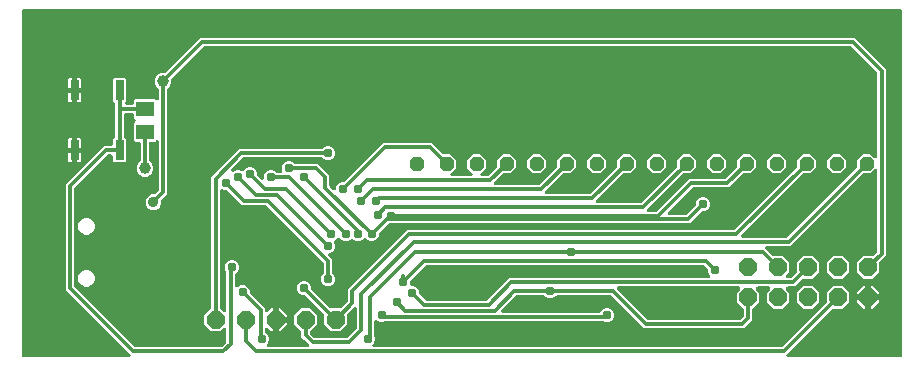
<source format=gbr>
G04 EAGLE Gerber RS-274X export*
G75*
%MOMM*%
%FSLAX34Y34*%
%LPD*%
%INBottom Copper*%
%IPPOS*%
%AMOC8*
5,1,8,0,0,1.08239X$1,22.5*%
G01*
%ADD10P,1.319650X8X202.500000*%
%ADD11P,1.649562X8X112.500000*%
%ADD12P,1.649562X8X22.500000*%
%ADD13R,0.762000X1.651000*%
%ADD14R,1.500000X1.300000*%
%ADD15C,0.787400*%
%ADD16C,0.304800*%
%ADD17C,0.914400*%
%ADD18C,1.006400*%

G36*
X170741Y11191D02*
X170741Y11191D01*
X170868Y11198D01*
X170914Y11211D01*
X170962Y11217D01*
X171081Y11259D01*
X171202Y11294D01*
X171245Y11318D01*
X171290Y11334D01*
X171396Y11403D01*
X171507Y11464D01*
X171553Y11504D01*
X171583Y11523D01*
X171616Y11558D01*
X171693Y11623D01*
X175067Y14997D01*
X175146Y15096D01*
X175230Y15190D01*
X175254Y15232D01*
X175284Y15270D01*
X175338Y15384D01*
X175399Y15495D01*
X175412Y15542D01*
X175433Y15585D01*
X175459Y15709D01*
X175494Y15830D01*
X175499Y15891D01*
X175506Y15926D01*
X175505Y15974D01*
X175513Y16074D01*
X175513Y26105D01*
X175502Y26205D01*
X175500Y26305D01*
X175482Y26377D01*
X175473Y26451D01*
X175440Y26545D01*
X175415Y26643D01*
X175381Y26709D01*
X175356Y26779D01*
X175301Y26864D01*
X175255Y26953D01*
X175207Y27009D01*
X175167Y27072D01*
X175095Y27142D01*
X175030Y27218D01*
X174970Y27262D01*
X174916Y27314D01*
X174830Y27366D01*
X174749Y27425D01*
X174681Y27455D01*
X174617Y27493D01*
X174521Y27524D01*
X174429Y27563D01*
X174356Y27577D01*
X174285Y27599D01*
X174185Y27607D01*
X174086Y27625D01*
X174012Y27621D01*
X173938Y27627D01*
X173838Y27612D01*
X173738Y27607D01*
X173667Y27587D01*
X173593Y27575D01*
X173500Y27538D01*
X173403Y27511D01*
X173338Y27474D01*
X173269Y27447D01*
X173187Y27390D01*
X173099Y27340D01*
X173023Y27275D01*
X172983Y27248D01*
X172959Y27221D01*
X172913Y27182D01*
X170368Y24637D01*
X162372Y24637D01*
X156717Y30292D01*
X156717Y38288D01*
X162367Y43938D01*
X162446Y44037D01*
X162530Y44131D01*
X162554Y44173D01*
X162584Y44211D01*
X162638Y44325D01*
X162699Y44436D01*
X162712Y44483D01*
X162733Y44526D01*
X162759Y44650D01*
X162794Y44771D01*
X162799Y44832D01*
X162806Y44867D01*
X162805Y44915D01*
X162813Y45015D01*
X162813Y155143D01*
X186487Y178817D01*
X256103Y178817D01*
X256229Y178831D01*
X256355Y178838D01*
X256402Y178851D01*
X256450Y178857D01*
X256568Y178899D01*
X256690Y178934D01*
X256732Y178958D01*
X256778Y178974D01*
X256884Y179043D01*
X256994Y179104D01*
X257040Y179144D01*
X257070Y179163D01*
X257104Y179198D01*
X257180Y179263D01*
X258238Y180321D01*
X260433Y181230D01*
X262807Y181230D01*
X265002Y180321D01*
X266681Y178642D01*
X267590Y176447D01*
X267590Y174073D01*
X266681Y171878D01*
X265002Y170199D01*
X262807Y169290D01*
X260433Y169290D01*
X258238Y170199D01*
X257180Y171257D01*
X257081Y171336D01*
X256988Y171420D01*
X256945Y171444D01*
X256907Y171474D01*
X256793Y171528D01*
X256682Y171589D01*
X256636Y171602D01*
X256592Y171623D01*
X256469Y171649D01*
X256347Y171684D01*
X256286Y171689D01*
X256252Y171696D01*
X256204Y171695D01*
X256103Y171703D01*
X190064Y171703D01*
X189939Y171689D01*
X189812Y171682D01*
X189766Y171669D01*
X189718Y171663D01*
X189599Y171621D01*
X189478Y171586D01*
X189435Y171562D01*
X189390Y171546D01*
X189284Y171477D01*
X189173Y171416D01*
X189127Y171376D01*
X189097Y171357D01*
X189063Y171322D01*
X188987Y171257D01*
X180100Y162370D01*
X180069Y162331D01*
X180031Y162297D01*
X179960Y162194D01*
X179883Y162097D01*
X179862Y162051D01*
X179833Y162010D01*
X179787Y161894D01*
X179734Y161782D01*
X179724Y161733D01*
X179705Y161686D01*
X179687Y161563D01*
X179661Y161441D01*
X179662Y161391D01*
X179654Y161341D01*
X179665Y161217D01*
X179667Y161093D01*
X179679Y161044D01*
X179683Y160994D01*
X179722Y160875D01*
X179752Y160755D01*
X179775Y160710D01*
X179790Y160662D01*
X179855Y160556D01*
X179912Y160445D01*
X179944Y160406D01*
X179970Y160363D01*
X180057Y160274D01*
X180137Y160179D01*
X180178Y160149D01*
X180213Y160113D01*
X180318Y160046D01*
X180418Y159972D01*
X180464Y159952D01*
X180506Y159925D01*
X180623Y159884D01*
X180738Y159834D01*
X180787Y159825D01*
X180835Y159808D01*
X180958Y159795D01*
X181081Y159773D01*
X181131Y159775D01*
X181181Y159770D01*
X181305Y159784D01*
X181429Y159791D01*
X181477Y159804D01*
X181527Y159810D01*
X181760Y159886D01*
X181764Y159887D01*
X184233Y160910D01*
X186607Y160910D01*
X188556Y160103D01*
X188581Y160095D01*
X188605Y160083D01*
X188749Y160048D01*
X188891Y160007D01*
X188917Y160006D01*
X188943Y159999D01*
X189091Y159997D01*
X189239Y159990D01*
X189265Y159995D01*
X189291Y159994D01*
X189436Y160026D01*
X189582Y160053D01*
X189606Y160063D01*
X189632Y160069D01*
X189765Y160132D01*
X189902Y160191D01*
X189923Y160207D01*
X189947Y160218D01*
X190062Y160311D01*
X190181Y160399D01*
X190198Y160419D01*
X190219Y160436D01*
X190311Y160552D01*
X190407Y160665D01*
X190419Y160689D01*
X190435Y160709D01*
X190506Y160849D01*
X192198Y162541D01*
X194393Y163450D01*
X196767Y163450D01*
X198962Y162541D01*
X200641Y160862D01*
X201550Y158667D01*
X201550Y157171D01*
X201564Y157046D01*
X201571Y156919D01*
X201584Y156873D01*
X201590Y156825D01*
X201632Y156706D01*
X201667Y156585D01*
X201691Y156542D01*
X201707Y156497D01*
X201776Y156391D01*
X201837Y156280D01*
X201877Y156234D01*
X201896Y156204D01*
X201931Y156171D01*
X201996Y156094D01*
X204790Y153300D01*
X204868Y153238D01*
X204941Y153168D01*
X205005Y153130D01*
X205063Y153083D01*
X205154Y153041D01*
X205240Y152989D01*
X205311Y152966D01*
X205378Y152935D01*
X205476Y152913D01*
X205572Y152883D01*
X205646Y152877D01*
X205719Y152861D01*
X205819Y152863D01*
X205919Y152855D01*
X205993Y152866D01*
X206067Y152867D01*
X206164Y152892D01*
X206264Y152906D01*
X206333Y152934D01*
X206405Y152952D01*
X206495Y152998D01*
X206588Y153035D01*
X206649Y153078D01*
X206715Y153112D01*
X206792Y153177D01*
X206874Y153234D01*
X206924Y153289D01*
X206980Y153338D01*
X207040Y153418D01*
X207107Y153493D01*
X207143Y153558D01*
X207188Y153618D01*
X207227Y153710D01*
X207276Y153798D01*
X207296Y153870D01*
X207326Y153938D01*
X207343Y154037D01*
X207371Y154133D01*
X207379Y154233D01*
X207387Y154281D01*
X207385Y154317D01*
X207390Y154377D01*
X207390Y156127D01*
X208299Y158322D01*
X209978Y160001D01*
X212173Y160910D01*
X214547Y160910D01*
X216742Y160001D01*
X217800Y158943D01*
X217899Y158864D01*
X217992Y158780D01*
X218035Y158756D01*
X218073Y158726D01*
X218187Y158672D01*
X218298Y158611D01*
X218344Y158598D01*
X218388Y158577D01*
X218511Y158551D01*
X218633Y158516D01*
X218694Y158511D01*
X218728Y158504D01*
X218776Y158505D01*
X218877Y158497D01*
X221542Y158497D01*
X221691Y158514D01*
X221841Y158526D01*
X221864Y158534D01*
X221888Y158537D01*
X222030Y158587D01*
X222173Y158634D01*
X222193Y158646D01*
X222216Y158654D01*
X222343Y158736D01*
X222471Y158813D01*
X222489Y158830D01*
X222509Y158843D01*
X222614Y158951D01*
X222721Y159056D01*
X222734Y159076D01*
X222751Y159094D01*
X222828Y159223D01*
X222909Y159349D01*
X222918Y159372D01*
X222930Y159393D01*
X222976Y159536D01*
X223026Y159678D01*
X223029Y159702D01*
X223036Y159725D01*
X223048Y159874D01*
X223065Y160024D01*
X223062Y160048D01*
X223064Y160072D01*
X223042Y160221D01*
X223024Y160370D01*
X223015Y160398D01*
X223012Y160417D01*
X222995Y160461D01*
X222949Y160603D01*
X222630Y161373D01*
X222630Y163747D01*
X223539Y165942D01*
X225218Y167621D01*
X227413Y168530D01*
X229787Y168530D01*
X231982Y167621D01*
X233040Y166563D01*
X233139Y166484D01*
X233232Y166400D01*
X233275Y166376D01*
X233313Y166346D01*
X233427Y166292D01*
X233537Y166231D01*
X233584Y166218D01*
X233628Y166197D01*
X233751Y166171D01*
X233873Y166136D01*
X233934Y166131D01*
X233968Y166124D01*
X234016Y166125D01*
X234117Y166117D01*
X252933Y166117D01*
X262637Y156413D01*
X262637Y148154D01*
X262651Y148029D01*
X262658Y147902D01*
X262671Y147856D01*
X262677Y147808D01*
X262719Y147689D01*
X262754Y147568D01*
X262778Y147525D01*
X262794Y147480D01*
X262863Y147374D01*
X262924Y147263D01*
X262964Y147217D01*
X262983Y147187D01*
X263018Y147153D01*
X263083Y147077D01*
X265750Y144410D01*
X265828Y144348D01*
X265901Y144278D01*
X265965Y144240D01*
X266023Y144193D01*
X266114Y144151D01*
X266200Y144099D01*
X266271Y144076D01*
X266338Y144045D01*
X266436Y144023D01*
X266532Y143993D01*
X266606Y143987D01*
X266679Y143971D01*
X266779Y143973D01*
X266879Y143965D01*
X266953Y143976D01*
X267027Y143977D01*
X267124Y144002D01*
X267224Y144016D01*
X267293Y144044D01*
X267365Y144062D01*
X267454Y144108D01*
X267548Y144145D01*
X267609Y144188D01*
X267675Y144222D01*
X267751Y144287D01*
X267834Y144344D01*
X267884Y144399D01*
X267940Y144448D01*
X268000Y144528D01*
X268067Y144603D01*
X268103Y144668D01*
X268148Y144728D01*
X268187Y144820D01*
X268236Y144908D01*
X268256Y144980D01*
X268286Y145048D01*
X268303Y145147D01*
X268331Y145243D01*
X268339Y145343D01*
X268347Y145391D01*
X268345Y145427D01*
X268350Y145487D01*
X268350Y145967D01*
X269259Y148162D01*
X270938Y149841D01*
X273133Y150750D01*
X274629Y150750D01*
X274754Y150764D01*
X274881Y150771D01*
X274927Y150784D01*
X274975Y150790D01*
X275094Y150832D01*
X275215Y150867D01*
X275258Y150891D01*
X275303Y150907D01*
X275409Y150976D01*
X275520Y151037D01*
X275566Y151077D01*
X275596Y151096D01*
X275629Y151131D01*
X275706Y151196D01*
X308407Y183897D01*
X349453Y183897D01*
X358405Y174945D01*
X358504Y174866D01*
X358598Y174782D01*
X358640Y174758D01*
X358678Y174728D01*
X358792Y174674D01*
X358903Y174613D01*
X358950Y174600D01*
X358993Y174579D01*
X359117Y174553D01*
X359238Y174518D01*
X359299Y174513D01*
X359334Y174506D01*
X359382Y174507D01*
X359482Y174499D01*
X365317Y174499D01*
X370079Y169737D01*
X370079Y163003D01*
X365633Y158557D01*
X365570Y158479D01*
X365501Y158406D01*
X365462Y158342D01*
X365416Y158284D01*
X365373Y158193D01*
X365322Y158107D01*
X365299Y158036D01*
X365267Y157969D01*
X365246Y157871D01*
X365216Y157775D01*
X365210Y157701D01*
X365194Y157628D01*
X365196Y157528D01*
X365188Y157428D01*
X365199Y157354D01*
X365200Y157280D01*
X365224Y157183D01*
X365239Y157083D01*
X365267Y157014D01*
X365285Y156942D01*
X365331Y156852D01*
X365368Y156759D01*
X365410Y156698D01*
X365445Y156632D01*
X365510Y156555D01*
X365567Y156473D01*
X365622Y156423D01*
X365670Y156367D01*
X365751Y156307D01*
X365826Y156240D01*
X365891Y156204D01*
X365951Y156159D01*
X366043Y156120D01*
X366131Y156071D01*
X366202Y156051D01*
X366271Y156021D01*
X366369Y156004D01*
X366466Y155976D01*
X366566Y155968D01*
X366614Y155960D01*
X366649Y155962D01*
X366710Y155957D01*
X382590Y155957D01*
X382690Y155968D01*
X382790Y155970D01*
X382862Y155988D01*
X382936Y155997D01*
X383031Y156030D01*
X383128Y156055D01*
X383194Y156089D01*
X383264Y156114D01*
X383349Y156169D01*
X383438Y156215D01*
X383495Y156263D01*
X383557Y156303D01*
X383627Y156375D01*
X383703Y156440D01*
X383748Y156500D01*
X383799Y156554D01*
X383851Y156640D01*
X383911Y156721D01*
X383940Y156789D01*
X383978Y156853D01*
X384009Y156949D01*
X384049Y157041D01*
X384062Y157114D01*
X384084Y157185D01*
X384093Y157285D01*
X384110Y157384D01*
X384106Y157458D01*
X384112Y157532D01*
X384098Y157632D01*
X384092Y157732D01*
X384072Y157803D01*
X384061Y157877D01*
X384024Y157970D01*
X383996Y158067D01*
X383959Y158132D01*
X383932Y158201D01*
X383875Y158283D01*
X383826Y158371D01*
X383761Y158447D01*
X383733Y158487D01*
X383707Y158511D01*
X383667Y158557D01*
X379221Y163003D01*
X379221Y169737D01*
X383983Y174499D01*
X390717Y174499D01*
X395479Y169737D01*
X395479Y163003D01*
X391033Y158557D01*
X390970Y158479D01*
X390901Y158406D01*
X390862Y158342D01*
X390816Y158284D01*
X390773Y158193D01*
X390722Y158107D01*
X390699Y158036D01*
X390667Y157969D01*
X390646Y157871D01*
X390616Y157775D01*
X390610Y157701D01*
X390594Y157628D01*
X390596Y157528D01*
X390588Y157428D01*
X390599Y157354D01*
X390600Y157280D01*
X390624Y157183D01*
X390639Y157083D01*
X390667Y157014D01*
X390685Y156942D01*
X390731Y156852D01*
X390768Y156759D01*
X390810Y156698D01*
X390845Y156632D01*
X390910Y156555D01*
X390967Y156473D01*
X391022Y156423D01*
X391070Y156367D01*
X391151Y156307D01*
X391226Y156240D01*
X391291Y156204D01*
X391351Y156159D01*
X391443Y156120D01*
X391531Y156071D01*
X391602Y156051D01*
X391671Y156021D01*
X391769Y156004D01*
X391866Y155976D01*
X391966Y155968D01*
X392014Y155960D01*
X392049Y155962D01*
X392110Y155957D01*
X396676Y155957D01*
X396801Y155971D01*
X396928Y155978D01*
X396974Y155991D01*
X397022Y155997D01*
X397141Y156039D01*
X397262Y156074D01*
X397305Y156098D01*
X397350Y156114D01*
X397456Y156183D01*
X397567Y156244D01*
X397613Y156284D01*
X397643Y156303D01*
X397676Y156338D01*
X397753Y156403D01*
X404175Y162825D01*
X404254Y162924D01*
X404338Y163018D01*
X404362Y163060D01*
X404392Y163098D01*
X404446Y163212D01*
X404507Y163323D01*
X404520Y163370D01*
X404541Y163413D01*
X404567Y163537D01*
X404602Y163658D01*
X404607Y163719D01*
X404614Y163754D01*
X404613Y163802D01*
X404621Y163902D01*
X404621Y169737D01*
X409383Y174499D01*
X416117Y174499D01*
X420879Y169737D01*
X420879Y163003D01*
X416117Y158241D01*
X410282Y158241D01*
X410157Y158227D01*
X410030Y158220D01*
X409984Y158207D01*
X409936Y158201D01*
X409817Y158159D01*
X409696Y158124D01*
X409653Y158100D01*
X409608Y158084D01*
X409502Y158015D01*
X409391Y157954D01*
X409345Y157914D01*
X409315Y157895D01*
X409281Y157860D01*
X409205Y157795D01*
X402347Y150937D01*
X402285Y150859D01*
X402215Y150786D01*
X402177Y150722D01*
X402130Y150664D01*
X402088Y150573D01*
X402036Y150487D01*
X402013Y150416D01*
X401982Y150349D01*
X401960Y150251D01*
X401930Y150155D01*
X401924Y150081D01*
X401908Y150008D01*
X401910Y149908D01*
X401902Y149808D01*
X401913Y149734D01*
X401914Y149660D01*
X401939Y149563D01*
X401953Y149463D01*
X401981Y149394D01*
X401999Y149322D01*
X402045Y149232D01*
X402082Y149139D01*
X402125Y149078D01*
X402159Y149012D01*
X402224Y148935D01*
X402281Y148853D01*
X402336Y148803D01*
X402385Y148747D01*
X402465Y148687D01*
X402540Y148620D01*
X402605Y148584D01*
X402665Y148539D01*
X402757Y148500D01*
X402845Y148451D01*
X402917Y148431D01*
X402985Y148401D01*
X403084Y148384D01*
X403180Y148356D01*
X403280Y148348D01*
X403328Y148340D01*
X403364Y148342D01*
X403424Y148337D01*
X439856Y148337D01*
X439981Y148351D01*
X440108Y148358D01*
X440154Y148371D01*
X440202Y148377D01*
X440321Y148419D01*
X440442Y148454D01*
X440485Y148478D01*
X440530Y148494D01*
X440636Y148563D01*
X440747Y148624D01*
X440793Y148664D01*
X440823Y148683D01*
X440856Y148718D01*
X440933Y148783D01*
X454975Y162825D01*
X455054Y162924D01*
X455138Y163018D01*
X455162Y163060D01*
X455192Y163098D01*
X455246Y163212D01*
X455307Y163323D01*
X455320Y163370D01*
X455341Y163413D01*
X455367Y163537D01*
X455402Y163658D01*
X455407Y163719D01*
X455414Y163754D01*
X455413Y163802D01*
X455421Y163902D01*
X455421Y169737D01*
X460183Y174499D01*
X466917Y174499D01*
X471679Y169737D01*
X471679Y163003D01*
X466917Y158241D01*
X461082Y158241D01*
X460957Y158227D01*
X460830Y158220D01*
X460784Y158207D01*
X460736Y158201D01*
X460617Y158159D01*
X460496Y158124D01*
X460453Y158100D01*
X460408Y158084D01*
X460302Y158015D01*
X460191Y157954D01*
X460145Y157914D01*
X460115Y157895D01*
X460081Y157860D01*
X460005Y157795D01*
X445527Y143317D01*
X445465Y143239D01*
X445395Y143166D01*
X445357Y143102D01*
X445310Y143044D01*
X445268Y142953D01*
X445216Y142867D01*
X445193Y142796D01*
X445162Y142729D01*
X445140Y142631D01*
X445110Y142535D01*
X445104Y142461D01*
X445088Y142388D01*
X445090Y142288D01*
X445082Y142188D01*
X445093Y142114D01*
X445094Y142040D01*
X445119Y141943D01*
X445133Y141843D01*
X445161Y141774D01*
X445179Y141702D01*
X445225Y141612D01*
X445262Y141519D01*
X445305Y141458D01*
X445339Y141392D01*
X445404Y141315D01*
X445461Y141233D01*
X445516Y141183D01*
X445565Y141127D01*
X445645Y141067D01*
X445720Y141000D01*
X445785Y140964D01*
X445845Y140919D01*
X445937Y140880D01*
X446025Y140831D01*
X446097Y140811D01*
X446165Y140781D01*
X446264Y140764D01*
X446360Y140736D01*
X446460Y140728D01*
X446508Y140720D01*
X446544Y140722D01*
X446604Y140717D01*
X483036Y140717D01*
X483161Y140731D01*
X483288Y140738D01*
X483334Y140751D01*
X483382Y140757D01*
X483501Y140799D01*
X483622Y140834D01*
X483665Y140858D01*
X483710Y140874D01*
X483816Y140943D01*
X483927Y141004D01*
X483973Y141044D01*
X484003Y141063D01*
X484036Y141098D01*
X484113Y141163D01*
X505775Y162825D01*
X505854Y162924D01*
X505938Y163018D01*
X505962Y163060D01*
X505992Y163098D01*
X506046Y163212D01*
X506107Y163323D01*
X506120Y163370D01*
X506141Y163413D01*
X506167Y163537D01*
X506202Y163658D01*
X506207Y163719D01*
X506214Y163754D01*
X506213Y163802D01*
X506221Y163902D01*
X506221Y169737D01*
X510983Y174499D01*
X517717Y174499D01*
X522479Y169737D01*
X522479Y163003D01*
X517717Y158241D01*
X511882Y158241D01*
X511757Y158227D01*
X511630Y158220D01*
X511584Y158207D01*
X511536Y158201D01*
X511417Y158159D01*
X511296Y158124D01*
X511253Y158100D01*
X511208Y158084D01*
X511102Y158015D01*
X510991Y157954D01*
X510945Y157914D01*
X510915Y157895D01*
X510882Y157860D01*
X510805Y157795D01*
X489143Y136133D01*
X488707Y135697D01*
X488645Y135619D01*
X488575Y135546D01*
X488537Y135482D01*
X488490Y135424D01*
X488448Y135333D01*
X488396Y135247D01*
X488373Y135176D01*
X488342Y135109D01*
X488320Y135011D01*
X488290Y134915D01*
X488284Y134841D01*
X488268Y134768D01*
X488270Y134668D01*
X488262Y134568D01*
X488273Y134494D01*
X488274Y134420D01*
X488299Y134322D01*
X488313Y134223D01*
X488341Y134154D01*
X488359Y134082D01*
X488405Y133993D01*
X488442Y133899D01*
X488485Y133838D01*
X488519Y133772D01*
X488584Y133696D01*
X488641Y133613D01*
X488696Y133563D01*
X488745Y133507D01*
X488825Y133447D01*
X488900Y133380D01*
X488965Y133344D01*
X489025Y133299D01*
X489117Y133260D01*
X489205Y133211D01*
X489277Y133191D01*
X489345Y133161D01*
X489444Y133144D01*
X489540Y133116D01*
X489641Y133108D01*
X489688Y133100D01*
X489723Y133102D01*
X489784Y133097D01*
X526216Y133097D01*
X526341Y133111D01*
X526468Y133118D01*
X526514Y133131D01*
X526562Y133137D01*
X526681Y133179D01*
X526802Y133214D01*
X526845Y133238D01*
X526890Y133254D01*
X526996Y133323D01*
X527107Y133384D01*
X527153Y133424D01*
X527183Y133443D01*
X527216Y133478D01*
X527293Y133543D01*
X556575Y162825D01*
X556654Y162924D01*
X556738Y163018D01*
X556762Y163060D01*
X556792Y163098D01*
X556846Y163212D01*
X556907Y163323D01*
X556920Y163370D01*
X556941Y163413D01*
X556967Y163537D01*
X557002Y163658D01*
X557007Y163719D01*
X557014Y163754D01*
X557013Y163802D01*
X557021Y163902D01*
X557021Y169737D01*
X561783Y174499D01*
X568517Y174499D01*
X573279Y169737D01*
X573279Y163003D01*
X568517Y158241D01*
X562682Y158241D01*
X562557Y158227D01*
X562430Y158220D01*
X562384Y158207D01*
X562336Y158201D01*
X562217Y158159D01*
X562096Y158124D01*
X562053Y158100D01*
X562008Y158084D01*
X561902Y158015D01*
X561791Y157954D01*
X561745Y157914D01*
X561715Y157895D01*
X561681Y157860D01*
X561605Y157795D01*
X531887Y128077D01*
X531825Y127999D01*
X531755Y127926D01*
X531717Y127862D01*
X531670Y127804D01*
X531628Y127713D01*
X531576Y127627D01*
X531553Y127556D01*
X531522Y127489D01*
X531500Y127391D01*
X531470Y127295D01*
X531464Y127221D01*
X531448Y127148D01*
X531450Y127048D01*
X531442Y126948D01*
X531453Y126874D01*
X531454Y126800D01*
X531479Y126703D01*
X531493Y126603D01*
X531521Y126534D01*
X531539Y126462D01*
X531585Y126372D01*
X531622Y126279D01*
X531665Y126218D01*
X531699Y126152D01*
X531764Y126075D01*
X531821Y125993D01*
X531876Y125943D01*
X531925Y125887D01*
X532005Y125827D01*
X532080Y125760D01*
X532145Y125724D01*
X532205Y125679D01*
X532297Y125640D01*
X532385Y125591D01*
X532457Y125571D01*
X532525Y125541D01*
X532624Y125524D01*
X532720Y125496D01*
X532820Y125488D01*
X532868Y125480D01*
X532904Y125482D01*
X532964Y125477D01*
X538916Y125477D01*
X539041Y125491D01*
X539168Y125498D01*
X539214Y125511D01*
X539262Y125517D01*
X539381Y125559D01*
X539502Y125594D01*
X539545Y125618D01*
X539590Y125634D01*
X539696Y125703D01*
X539807Y125764D01*
X539853Y125804D01*
X539883Y125823D01*
X539916Y125858D01*
X539993Y125923D01*
X567487Y153417D01*
X597336Y153417D01*
X597461Y153431D01*
X597588Y153438D01*
X597634Y153451D01*
X597682Y153457D01*
X597801Y153499D01*
X597922Y153534D01*
X597965Y153558D01*
X598010Y153574D01*
X598116Y153643D01*
X598227Y153704D01*
X598273Y153744D01*
X598303Y153763D01*
X598336Y153798D01*
X598413Y153863D01*
X607375Y162825D01*
X607454Y162924D01*
X607538Y163018D01*
X607562Y163060D01*
X607592Y163098D01*
X607646Y163212D01*
X607707Y163323D01*
X607720Y163370D01*
X607741Y163413D01*
X607767Y163537D01*
X607802Y163658D01*
X607807Y163719D01*
X607814Y163754D01*
X607813Y163802D01*
X607821Y163902D01*
X607821Y169737D01*
X612583Y174499D01*
X619317Y174499D01*
X624079Y169737D01*
X624079Y163003D01*
X619317Y158241D01*
X613482Y158241D01*
X613357Y158227D01*
X613230Y158220D01*
X613184Y158207D01*
X613136Y158201D01*
X613017Y158159D01*
X612896Y158124D01*
X612853Y158100D01*
X612808Y158084D01*
X612702Y158015D01*
X612591Y157954D01*
X612545Y157914D01*
X612515Y157895D01*
X612482Y157860D01*
X612405Y157795D01*
X600913Y146303D01*
X571064Y146303D01*
X570939Y146289D01*
X570812Y146282D01*
X570766Y146269D01*
X570718Y146263D01*
X570599Y146221D01*
X570478Y146186D01*
X570435Y146162D01*
X570390Y146146D01*
X570284Y146077D01*
X570173Y146016D01*
X570127Y145976D01*
X570097Y145957D01*
X570063Y145922D01*
X569987Y145857D01*
X549667Y125537D01*
X549605Y125459D01*
X549535Y125386D01*
X549497Y125322D01*
X549450Y125264D01*
X549408Y125173D01*
X549356Y125087D01*
X549333Y125016D01*
X549302Y124949D01*
X549280Y124851D01*
X549250Y124755D01*
X549244Y124681D01*
X549228Y124608D01*
X549230Y124508D01*
X549222Y124408D01*
X549233Y124334D01*
X549234Y124260D01*
X549259Y124163D01*
X549273Y124063D01*
X549301Y123994D01*
X549319Y123922D01*
X549365Y123832D01*
X549402Y123739D01*
X549445Y123678D01*
X549479Y123612D01*
X549544Y123535D01*
X549601Y123453D01*
X549656Y123403D01*
X549705Y123347D01*
X549785Y123287D01*
X549860Y123220D01*
X549925Y123184D01*
X549985Y123139D01*
X550077Y123100D01*
X550165Y123051D01*
X550237Y123031D01*
X550305Y123001D01*
X550404Y122984D01*
X550500Y122956D01*
X550600Y122948D01*
X550648Y122940D01*
X550684Y122942D01*
X550744Y122937D01*
X564316Y122937D01*
X564441Y122951D01*
X564568Y122958D01*
X564614Y122971D01*
X564662Y122977D01*
X564781Y123019D01*
X564902Y123054D01*
X564945Y123078D01*
X564990Y123094D01*
X565096Y123163D01*
X565207Y123224D01*
X565253Y123264D01*
X565283Y123283D01*
X565316Y123318D01*
X565393Y123383D01*
X572704Y130694D01*
X572783Y130793D01*
X572867Y130887D01*
X572891Y130929D01*
X572921Y130967D01*
X572975Y131081D01*
X573036Y131192D01*
X573049Y131239D01*
X573070Y131282D01*
X573096Y131406D01*
X573131Y131527D01*
X573136Y131588D01*
X573143Y131623D01*
X573142Y131671D01*
X573150Y131771D01*
X573150Y133267D01*
X574059Y135462D01*
X575738Y137141D01*
X577933Y138050D01*
X580307Y138050D01*
X582502Y137141D01*
X584181Y135462D01*
X585090Y133267D01*
X585090Y130893D01*
X584181Y128698D01*
X582502Y127019D01*
X580307Y126110D01*
X578811Y126110D01*
X578686Y126096D01*
X578559Y126089D01*
X578513Y126076D01*
X578465Y126070D01*
X578346Y126028D01*
X578225Y125993D01*
X578182Y125969D01*
X578137Y125953D01*
X578031Y125884D01*
X577920Y125823D01*
X577874Y125783D01*
X577844Y125764D01*
X577811Y125729D01*
X577734Y125664D01*
X567893Y115823D01*
X313254Y115823D01*
X313129Y115809D01*
X313002Y115802D01*
X312956Y115789D01*
X312908Y115783D01*
X312789Y115741D01*
X312668Y115706D01*
X312625Y115682D01*
X312580Y115666D01*
X312474Y115597D01*
X312363Y115536D01*
X312317Y115496D01*
X312287Y115477D01*
X312253Y115442D01*
X312177Y115377D01*
X304866Y108066D01*
X304787Y107967D01*
X304703Y107873D01*
X304679Y107831D01*
X304649Y107793D01*
X304595Y107679D01*
X304534Y107568D01*
X304521Y107521D01*
X304500Y107478D01*
X304474Y107354D01*
X304439Y107233D01*
X304434Y107172D01*
X304427Y107137D01*
X304428Y107089D01*
X304420Y106989D01*
X304420Y105493D01*
X303511Y103298D01*
X301832Y101619D01*
X299637Y100710D01*
X297263Y100710D01*
X295068Y101619D01*
X293812Y102875D01*
X293792Y102892D01*
X293775Y102912D01*
X293655Y103000D01*
X293539Y103092D01*
X293515Y103103D01*
X293494Y103119D01*
X293358Y103178D01*
X293224Y103241D01*
X293198Y103246D01*
X293174Y103257D01*
X293028Y103283D01*
X292883Y103314D01*
X292857Y103314D01*
X292831Y103319D01*
X292683Y103311D01*
X292535Y103308D01*
X292509Y103302D01*
X292483Y103301D01*
X292341Y103260D01*
X292197Y103223D01*
X292174Y103211D01*
X292148Y103204D01*
X292019Y103132D01*
X291887Y103064D01*
X291867Y103047D01*
X291844Y103034D01*
X291658Y102875D01*
X290402Y101619D01*
X288207Y100710D01*
X285833Y100710D01*
X283638Y101619D01*
X283017Y102240D01*
X282997Y102257D01*
X282980Y102277D01*
X282860Y102365D01*
X282744Y102457D01*
X282720Y102468D01*
X282699Y102484D01*
X282563Y102543D01*
X282429Y102606D01*
X282403Y102611D01*
X282379Y102622D01*
X282233Y102648D01*
X282088Y102679D01*
X282062Y102679D01*
X282036Y102684D01*
X281888Y102676D01*
X281740Y102673D01*
X281714Y102667D01*
X281688Y102666D01*
X281546Y102625D01*
X281402Y102588D01*
X281378Y102576D01*
X281353Y102569D01*
X281224Y102497D01*
X281092Y102429D01*
X281072Y102412D01*
X281049Y102399D01*
X280863Y102240D01*
X280242Y101619D01*
X278047Y100710D01*
X275673Y100710D01*
X273478Y101619D01*
X271587Y103510D01*
X271567Y103527D01*
X271550Y103547D01*
X271430Y103635D01*
X271314Y103727D01*
X271290Y103738D01*
X271269Y103754D01*
X271133Y103813D01*
X270999Y103876D01*
X270973Y103881D01*
X270949Y103892D01*
X270803Y103918D01*
X270658Y103949D01*
X270632Y103949D01*
X270606Y103954D01*
X270458Y103946D01*
X270310Y103943D01*
X270284Y103937D01*
X270258Y103936D01*
X270116Y103895D01*
X269972Y103858D01*
X269949Y103846D01*
X269923Y103839D01*
X269794Y103767D01*
X269662Y103699D01*
X269642Y103682D01*
X269619Y103669D01*
X269433Y103510D01*
X267531Y101609D01*
X267432Y101549D01*
X267303Y101477D01*
X267283Y101459D01*
X267260Y101446D01*
X267154Y101342D01*
X267044Y101243D01*
X267029Y101221D01*
X267010Y101203D01*
X266930Y101078D01*
X266846Y100956D01*
X266836Y100932D01*
X266822Y100910D01*
X266773Y100770D01*
X266718Y100632D01*
X266714Y100606D01*
X266706Y100581D01*
X266689Y100434D01*
X266667Y100287D01*
X266670Y100261D01*
X266667Y100235D01*
X266684Y100088D01*
X266696Y99940D01*
X266704Y99915D01*
X266707Y99889D01*
X266783Y99656D01*
X267590Y97707D01*
X267590Y95333D01*
X266681Y93138D01*
X265002Y91459D01*
X262872Y90577D01*
X262740Y90504D01*
X262607Y90435D01*
X262588Y90419D01*
X262567Y90408D01*
X262456Y90307D01*
X262341Y90209D01*
X262327Y90190D01*
X262309Y90173D01*
X262223Y90050D01*
X262134Y89929D01*
X262124Y89907D01*
X262111Y89887D01*
X262056Y89747D01*
X261996Y89609D01*
X261992Y89585D01*
X261983Y89563D01*
X261961Y89414D01*
X261934Y89266D01*
X261936Y89242D01*
X261932Y89218D01*
X261945Y89068D01*
X261952Y88918D01*
X261959Y88895D01*
X261961Y88870D01*
X262007Y88727D01*
X262049Y88583D01*
X262061Y88562D01*
X262068Y88539D01*
X262146Y88410D01*
X262219Y88279D01*
X262238Y88257D01*
X262248Y88240D01*
X262281Y88206D01*
X262377Y88092D01*
X265177Y85293D01*
X265177Y74097D01*
X265178Y74086D01*
X265178Y74081D01*
X265181Y74056D01*
X265191Y73971D01*
X265198Y73845D01*
X265211Y73798D01*
X265217Y73750D01*
X265259Y73632D01*
X265294Y73510D01*
X265318Y73468D01*
X265334Y73422D01*
X265403Y73316D01*
X265464Y73206D01*
X265504Y73160D01*
X265523Y73130D01*
X265558Y73096D01*
X265623Y73020D01*
X266681Y71962D01*
X267590Y69767D01*
X267590Y67393D01*
X266681Y65198D01*
X265002Y63519D01*
X262807Y62610D01*
X260433Y62610D01*
X258238Y63519D01*
X256559Y65198D01*
X255650Y67393D01*
X255650Y69767D01*
X256559Y71962D01*
X257617Y73020D01*
X257696Y73119D01*
X257780Y73212D01*
X257804Y73255D01*
X257834Y73293D01*
X257888Y73407D01*
X257949Y73518D01*
X257962Y73564D01*
X257983Y73608D01*
X258009Y73731D01*
X258044Y73853D01*
X258049Y73914D01*
X258056Y73948D01*
X258055Y73996D01*
X258063Y74097D01*
X258063Y81716D01*
X258049Y81841D01*
X258042Y81968D01*
X258029Y82014D01*
X258023Y82062D01*
X257981Y82181D01*
X257946Y82302D01*
X257922Y82345D01*
X257906Y82390D01*
X257837Y82496D01*
X257776Y82607D01*
X257736Y82653D01*
X257717Y82683D01*
X257682Y82716D01*
X257654Y82750D01*
X257649Y82757D01*
X257644Y82761D01*
X257617Y82793D01*
X209793Y130617D01*
X209694Y130696D01*
X209600Y130780D01*
X209558Y130804D01*
X209520Y130834D01*
X209406Y130888D01*
X209295Y130949D01*
X209248Y130962D01*
X209205Y130983D01*
X209081Y131009D01*
X208960Y131044D01*
X208899Y131049D01*
X208864Y131056D01*
X208816Y131055D01*
X208716Y131063D01*
X189027Y131063D01*
X186497Y133593D01*
X176646Y143444D01*
X176547Y143523D01*
X176453Y143607D01*
X176411Y143631D01*
X176373Y143661D01*
X176259Y143715D01*
X176148Y143776D01*
X176101Y143789D01*
X176058Y143810D01*
X175934Y143836D01*
X175813Y143871D01*
X175752Y143876D01*
X175717Y143883D01*
X175669Y143882D01*
X175569Y143890D01*
X174073Y143890D01*
X172033Y144735D01*
X171888Y144776D01*
X171745Y144822D01*
X171721Y144824D01*
X171698Y144831D01*
X171547Y144838D01*
X171398Y144850D01*
X171374Y144847D01*
X171350Y144848D01*
X171202Y144821D01*
X171053Y144798D01*
X171031Y144790D01*
X171007Y144785D01*
X170869Y144725D01*
X170729Y144670D01*
X170709Y144656D01*
X170687Y144646D01*
X170566Y144557D01*
X170443Y144471D01*
X170427Y144453D01*
X170407Y144438D01*
X170310Y144324D01*
X170210Y144212D01*
X170198Y144191D01*
X170182Y144172D01*
X170114Y144039D01*
X170041Y143907D01*
X170035Y143884D01*
X170024Y143862D01*
X169987Y143717D01*
X169946Y143572D01*
X169944Y143542D01*
X169939Y143524D01*
X169939Y143477D01*
X169927Y143328D01*
X169927Y45015D01*
X169941Y44890D01*
X169948Y44763D01*
X169961Y44717D01*
X169967Y44669D01*
X170009Y44550D01*
X170044Y44429D01*
X170068Y44386D01*
X170084Y44341D01*
X170153Y44235D01*
X170214Y44124D01*
X170254Y44078D01*
X170273Y44048D01*
X170308Y44015D01*
X170373Y43938D01*
X172913Y41398D01*
X172991Y41336D01*
X173064Y41266D01*
X173128Y41228D01*
X173186Y41181D01*
X173277Y41139D01*
X173363Y41087D01*
X173434Y41064D01*
X173501Y41033D01*
X173599Y41011D01*
X173695Y40981D01*
X173769Y40975D01*
X173842Y40959D01*
X173942Y40961D01*
X174042Y40953D01*
X174116Y40964D01*
X174190Y40965D01*
X174287Y40990D01*
X174387Y41005D01*
X174456Y41032D01*
X174528Y41050D01*
X174617Y41096D01*
X174711Y41133D01*
X174772Y41176D01*
X174838Y41210D01*
X174914Y41275D01*
X174997Y41332D01*
X175047Y41387D01*
X175103Y41436D01*
X175163Y41516D01*
X175230Y41591D01*
X175266Y41656D01*
X175311Y41716D01*
X175350Y41808D01*
X175399Y41896D01*
X175419Y41968D01*
X175449Y42036D01*
X175466Y42135D01*
X175494Y42231D01*
X175502Y42331D01*
X175510Y42379D01*
X175508Y42415D01*
X175513Y42475D01*
X175513Y74493D01*
X175499Y74619D01*
X175492Y74745D01*
X175479Y74792D01*
X175473Y74840D01*
X175462Y74872D01*
X175405Y75046D01*
X175396Y75080D01*
X175391Y75089D01*
X174370Y77553D01*
X174370Y79927D01*
X175279Y82122D01*
X176958Y83801D01*
X179153Y84710D01*
X181527Y84710D01*
X183722Y83801D01*
X185401Y82122D01*
X186310Y79927D01*
X186310Y77553D01*
X185401Y75358D01*
X183722Y73679D01*
X183567Y73615D01*
X183500Y73578D01*
X183429Y73550D01*
X183349Y73494D01*
X183262Y73446D01*
X183206Y73394D01*
X183143Y73351D01*
X183077Y73278D01*
X183004Y73212D01*
X182961Y73149D01*
X182910Y73092D01*
X182862Y73006D01*
X182806Y72925D01*
X182778Y72854D01*
X182741Y72787D01*
X182714Y72692D01*
X182678Y72601D01*
X182667Y72525D01*
X182646Y72452D01*
X182634Y72303D01*
X182627Y72256D01*
X182629Y72237D01*
X182627Y72208D01*
X182627Y63175D01*
X182638Y63075D01*
X182640Y62974D01*
X182658Y62902D01*
X182667Y62828D01*
X182700Y62734D01*
X182725Y62636D01*
X182759Y62570D01*
X182784Y62500D01*
X182839Y62416D01*
X182885Y62327D01*
X182933Y62270D01*
X182973Y62208D01*
X183045Y62138D01*
X183110Y62061D01*
X183170Y62017D01*
X183224Y61965D01*
X183310Y61914D01*
X183391Y61854D01*
X183459Y61825D01*
X183523Y61786D01*
X183618Y61756D01*
X183711Y61716D01*
X183784Y61703D01*
X183855Y61680D01*
X183955Y61672D01*
X184054Y61654D01*
X184128Y61658D01*
X184202Y61652D01*
X184302Y61667D01*
X184402Y61672D01*
X184473Y61693D01*
X184547Y61704D01*
X184640Y61741D01*
X184737Y61769D01*
X184802Y61805D01*
X184871Y61833D01*
X184953Y61890D01*
X185041Y61939D01*
X185117Y62004D01*
X185157Y62032D01*
X185181Y62058D01*
X185227Y62098D01*
X185848Y62719D01*
X188043Y63628D01*
X190417Y63628D01*
X192612Y62719D01*
X194291Y61040D01*
X195200Y58845D01*
X195200Y57349D01*
X195201Y57335D01*
X195201Y57326D01*
X195208Y57273D01*
X195214Y57224D01*
X195221Y57097D01*
X195234Y57051D01*
X195240Y57003D01*
X195282Y56884D01*
X195317Y56763D01*
X195341Y56720D01*
X195357Y56675D01*
X195426Y56569D01*
X195487Y56458D01*
X195527Y56412D01*
X195546Y56382D01*
X195581Y56349D01*
X195646Y56272D01*
X208027Y43891D01*
X208027Y42475D01*
X208038Y42375D01*
X208040Y42275D01*
X208058Y42203D01*
X208067Y42129D01*
X208100Y42035D01*
X208125Y41937D01*
X208159Y41871D01*
X208184Y41801D01*
X208239Y41716D01*
X208285Y41627D01*
X208333Y41571D01*
X208373Y41508D01*
X208445Y41438D01*
X208510Y41362D01*
X208570Y41318D01*
X208624Y41266D01*
X208710Y41214D01*
X208791Y41155D01*
X208859Y41125D01*
X208923Y41087D01*
X209019Y41056D01*
X209111Y41017D01*
X209184Y41003D01*
X209255Y40981D01*
X209355Y40973D01*
X209454Y40955D01*
X209528Y40959D01*
X209602Y40953D01*
X209702Y40968D01*
X209802Y40973D01*
X209873Y40993D01*
X209947Y41005D01*
X210040Y41042D01*
X210137Y41069D01*
X210202Y41106D01*
X210271Y41133D01*
X210353Y41190D01*
X210441Y41240D01*
X210517Y41305D01*
X210557Y41332D01*
X210581Y41359D01*
X210627Y41398D01*
X213172Y43943D01*
X214631Y43943D01*
X214631Y35306D01*
X214634Y35280D01*
X214632Y35254D01*
X214654Y35107D01*
X214671Y34960D01*
X214679Y34935D01*
X214683Y34909D01*
X214738Y34772D01*
X214788Y34632D01*
X214802Y34610D01*
X214812Y34585D01*
X214897Y34464D01*
X214977Y34339D01*
X214996Y34321D01*
X215011Y34299D01*
X215027Y34285D01*
X214945Y34200D01*
X214931Y34177D01*
X214914Y34158D01*
X214842Y34028D01*
X214766Y33901D01*
X214758Y33876D01*
X214745Y33853D01*
X214705Y33710D01*
X214660Y33569D01*
X214657Y33543D01*
X214650Y33518D01*
X214631Y33274D01*
X214631Y24637D01*
X213172Y24637D01*
X210627Y27182D01*
X210549Y27244D01*
X210476Y27314D01*
X210412Y27352D01*
X210354Y27399D01*
X210263Y27441D01*
X210177Y27493D01*
X210106Y27516D01*
X210039Y27547D01*
X209941Y27569D01*
X209845Y27599D01*
X209771Y27605D01*
X209698Y27621D01*
X209598Y27619D01*
X209498Y27627D01*
X209424Y27616D01*
X209350Y27615D01*
X209253Y27590D01*
X209153Y27575D01*
X209084Y27548D01*
X209012Y27530D01*
X208923Y27484D01*
X208829Y27447D01*
X208768Y27404D01*
X208702Y27370D01*
X208626Y27305D01*
X208543Y27248D01*
X208493Y27193D01*
X208437Y27144D01*
X208377Y27064D01*
X208310Y26989D01*
X208274Y26924D01*
X208229Y26864D01*
X208190Y26772D01*
X208141Y26684D01*
X208121Y26612D01*
X208091Y26544D01*
X208074Y26445D01*
X208046Y26349D01*
X208038Y26249D01*
X208030Y26201D01*
X208032Y26165D01*
X208027Y26105D01*
X208027Y24671D01*
X208035Y24596D01*
X208034Y24519D01*
X208055Y24423D01*
X208067Y24325D01*
X208092Y24253D01*
X208109Y24179D01*
X208151Y24090D01*
X208184Y23997D01*
X208226Y23933D01*
X208258Y23864D01*
X208320Y23787D01*
X208373Y23704D01*
X208428Y23651D01*
X208476Y23591D01*
X208553Y23530D01*
X208624Y23462D01*
X208689Y23423D01*
X208749Y23376D01*
X208882Y23307D01*
X208923Y23283D01*
X208941Y23277D01*
X208967Y23264D01*
X209376Y23095D01*
X211055Y21416D01*
X211964Y19221D01*
X211964Y16847D01*
X211055Y14652D01*
X210180Y13777D01*
X210117Y13698D01*
X210047Y13626D01*
X210009Y13562D01*
X209963Y13504D01*
X209920Y13413D01*
X209868Y13327D01*
X209846Y13256D01*
X209814Y13189D01*
X209793Y13091D01*
X209762Y12995D01*
X209756Y12921D01*
X209741Y12848D01*
X209742Y12748D01*
X209734Y12648D01*
X209745Y12574D01*
X209747Y12500D01*
X209771Y12403D01*
X209786Y12303D01*
X209813Y12234D01*
X209832Y12162D01*
X209878Y12073D01*
X209915Y11979D01*
X209957Y11918D01*
X209991Y11852D01*
X210056Y11776D01*
X210114Y11693D01*
X210169Y11643D01*
X210217Y11587D01*
X210298Y11527D01*
X210372Y11460D01*
X210438Y11424D01*
X210497Y11379D01*
X210589Y11340D01*
X210677Y11291D01*
X210749Y11271D01*
X210817Y11241D01*
X210916Y11224D01*
X211013Y11196D01*
X211113Y11188D01*
X211160Y11180D01*
X211196Y11182D01*
X211257Y11177D01*
X244276Y11177D01*
X244376Y11188D01*
X244476Y11190D01*
X244548Y11208D01*
X244622Y11217D01*
X244717Y11250D01*
X244814Y11275D01*
X244880Y11309D01*
X244950Y11334D01*
X245035Y11389D01*
X245124Y11435D01*
X245181Y11483D01*
X245243Y11523D01*
X245313Y11595D01*
X245389Y11660D01*
X245433Y11720D01*
X245485Y11774D01*
X245537Y11860D01*
X245596Y11941D01*
X245626Y12009D01*
X245664Y12073D01*
X245695Y12169D01*
X245734Y12261D01*
X245748Y12334D01*
X245770Y12405D01*
X245778Y12505D01*
X245796Y12604D01*
X245792Y12678D01*
X245798Y12752D01*
X245783Y12852D01*
X245778Y12952D01*
X245758Y13023D01*
X245747Y13097D01*
X245709Y13190D01*
X245682Y13287D01*
X245645Y13352D01*
X245618Y13421D01*
X245561Y13503D01*
X245511Y13591D01*
X245446Y13667D01*
X245419Y13707D01*
X245392Y13731D01*
X245353Y13777D01*
X241543Y17587D01*
X239013Y20117D01*
X239013Y23565D01*
X238999Y23690D01*
X238992Y23817D01*
X238979Y23863D01*
X238973Y23911D01*
X238931Y24030D01*
X238896Y24151D01*
X238872Y24194D01*
X238856Y24239D01*
X238787Y24345D01*
X238726Y24456D01*
X238686Y24502D01*
X238667Y24532D01*
X238632Y24565D01*
X238567Y24642D01*
X232917Y30292D01*
X232917Y38288D01*
X238572Y43943D01*
X246568Y43943D01*
X252223Y38288D01*
X252223Y30292D01*
X246638Y24707D01*
X246621Y24686D01*
X246601Y24669D01*
X246513Y24550D01*
X246421Y24434D01*
X246410Y24410D01*
X246394Y24389D01*
X246335Y24253D01*
X246272Y24118D01*
X246267Y24093D01*
X246256Y24069D01*
X246230Y23923D01*
X246199Y23778D01*
X246199Y23752D01*
X246194Y23726D01*
X246202Y23577D01*
X246205Y23429D01*
X246211Y23404D01*
X246212Y23378D01*
X246253Y23235D01*
X246290Y23091D01*
X246302Y23068D01*
X246309Y23043D01*
X246381Y22913D01*
X246449Y22782D01*
X246466Y22762D01*
X246479Y22739D01*
X246638Y22552D01*
X249947Y19243D01*
X250046Y19164D01*
X250140Y19080D01*
X250182Y19056D01*
X250220Y19026D01*
X250334Y18972D01*
X250445Y18911D01*
X250492Y18898D01*
X250535Y18877D01*
X250659Y18851D01*
X250780Y18816D01*
X250841Y18811D01*
X250876Y18804D01*
X250924Y18805D01*
X251024Y18797D01*
X277296Y18797D01*
X277421Y18811D01*
X277548Y18818D01*
X277594Y18831D01*
X277642Y18837D01*
X277761Y18879D01*
X277882Y18914D01*
X277925Y18938D01*
X277970Y18954D01*
X278076Y19023D01*
X278187Y19084D01*
X278233Y19124D01*
X278263Y19143D01*
X278296Y19178D01*
X278373Y19243D01*
X285557Y26427D01*
X285636Y26526D01*
X285720Y26620D01*
X285744Y26662D01*
X285774Y26700D01*
X285828Y26814D01*
X285889Y26925D01*
X285902Y26972D01*
X285923Y27015D01*
X285949Y27139D01*
X285984Y27260D01*
X285989Y27321D01*
X285996Y27356D01*
X285995Y27404D01*
X286003Y27504D01*
X286003Y43616D01*
X285992Y43716D01*
X285990Y43816D01*
X285972Y43888D01*
X285963Y43962D01*
X285930Y44057D01*
X285905Y44154D01*
X285871Y44220D01*
X285846Y44290D01*
X285791Y44375D01*
X285745Y44464D01*
X285697Y44521D01*
X285657Y44583D01*
X285585Y44653D01*
X285520Y44729D01*
X285460Y44773D01*
X285406Y44825D01*
X285320Y44877D01*
X285239Y44936D01*
X285171Y44966D01*
X285107Y45004D01*
X285011Y45035D01*
X284919Y45074D01*
X284846Y45088D01*
X284775Y45110D01*
X284675Y45118D01*
X284576Y45136D01*
X284502Y45132D01*
X284428Y45138D01*
X284328Y45123D01*
X284228Y45118D01*
X284157Y45098D01*
X284083Y45087D01*
X283990Y45049D01*
X283893Y45022D01*
X283828Y44985D01*
X283759Y44958D01*
X283677Y44901D01*
X283589Y44851D01*
X283513Y44786D01*
X283473Y44759D01*
X283449Y44732D01*
X283403Y44693D01*
X278069Y39359D01*
X277990Y39260D01*
X277906Y39166D01*
X277882Y39124D01*
X277852Y39086D01*
X277798Y38972D01*
X277737Y38861D01*
X277724Y38814D01*
X277703Y38771D01*
X277677Y38647D01*
X277642Y38526D01*
X277637Y38465D01*
X277630Y38430D01*
X277631Y38382D01*
X277623Y38282D01*
X277623Y30292D01*
X271968Y24637D01*
X263972Y24637D01*
X258317Y30292D01*
X258317Y38282D01*
X258303Y38407D01*
X258296Y38534D01*
X258283Y38580D01*
X258277Y38628D01*
X258235Y38747D01*
X258200Y38868D01*
X258176Y38911D01*
X258160Y38956D01*
X258091Y39062D01*
X258030Y39173D01*
X257990Y39219D01*
X257971Y39249D01*
X257936Y39282D01*
X257871Y39359D01*
X242686Y54544D01*
X242587Y54623D01*
X242493Y54707D01*
X242451Y54731D01*
X242413Y54761D01*
X242299Y54815D01*
X242188Y54876D01*
X242141Y54889D01*
X242098Y54910D01*
X241974Y54936D01*
X241853Y54971D01*
X241792Y54976D01*
X241757Y54983D01*
X241709Y54982D01*
X241609Y54990D01*
X240113Y54990D01*
X237918Y55899D01*
X236239Y57578D01*
X235330Y59773D01*
X235330Y62147D01*
X236239Y64342D01*
X237918Y66021D01*
X240113Y66930D01*
X242487Y66930D01*
X244682Y66021D01*
X246361Y64342D01*
X247270Y62147D01*
X247270Y60651D01*
X247284Y60526D01*
X247291Y60399D01*
X247304Y60353D01*
X247310Y60305D01*
X247352Y60186D01*
X247387Y60065D01*
X247411Y60022D01*
X247427Y59977D01*
X247496Y59871D01*
X247557Y59760D01*
X247597Y59714D01*
X247616Y59684D01*
X247651Y59651D01*
X247716Y59574D01*
X262901Y44389D01*
X263000Y44310D01*
X263094Y44226D01*
X263136Y44202D01*
X263174Y44172D01*
X263288Y44118D01*
X263399Y44057D01*
X263446Y44044D01*
X263489Y44023D01*
X263613Y43997D01*
X263734Y43962D01*
X263795Y43957D01*
X263830Y43950D01*
X263878Y43951D01*
X263978Y43943D01*
X271962Y43943D01*
X272087Y43957D01*
X272214Y43964D01*
X272260Y43977D01*
X272308Y43983D01*
X272427Y44025D01*
X272549Y44060D01*
X272591Y44084D01*
X272636Y44100D01*
X272742Y44169D01*
X272853Y44230D01*
X272899Y44270D01*
X272929Y44289D01*
X272962Y44324D01*
X273039Y44389D01*
X277937Y49287D01*
X278016Y49386D01*
X278100Y49480D01*
X278124Y49522D01*
X278154Y49560D01*
X278208Y49674D01*
X278269Y49785D01*
X278282Y49832D01*
X278303Y49875D01*
X278329Y49999D01*
X278364Y50120D01*
X278369Y50181D01*
X278376Y50216D01*
X278375Y50264D01*
X278383Y50364D01*
X278383Y59893D01*
X328727Y110237D01*
X604956Y110237D01*
X605081Y110251D01*
X605208Y110258D01*
X605254Y110271D01*
X605302Y110277D01*
X605421Y110319D01*
X605542Y110354D01*
X605585Y110378D01*
X605630Y110394D01*
X605736Y110463D01*
X605847Y110524D01*
X605893Y110564D01*
X605923Y110583D01*
X605956Y110618D01*
X606033Y110683D01*
X658175Y162825D01*
X658254Y162924D01*
X658338Y163018D01*
X658362Y163060D01*
X658392Y163098D01*
X658446Y163212D01*
X658507Y163323D01*
X658520Y163370D01*
X658541Y163413D01*
X658567Y163537D01*
X658602Y163658D01*
X658607Y163719D01*
X658614Y163754D01*
X658613Y163802D01*
X658621Y163902D01*
X658621Y169737D01*
X663383Y174499D01*
X670117Y174499D01*
X674879Y169737D01*
X674879Y163003D01*
X670117Y158241D01*
X664282Y158241D01*
X664157Y158227D01*
X664030Y158220D01*
X663984Y158207D01*
X663936Y158201D01*
X663817Y158159D01*
X663696Y158124D01*
X663653Y158100D01*
X663608Y158084D01*
X663502Y158015D01*
X663391Y157954D01*
X663345Y157914D01*
X663315Y157895D01*
X663281Y157860D01*
X663205Y157795D01*
X611897Y106487D01*
X611835Y106409D01*
X611765Y106336D01*
X611727Y106272D01*
X611680Y106214D01*
X611638Y106123D01*
X611586Y106037D01*
X611563Y105966D01*
X611532Y105899D01*
X611510Y105801D01*
X611480Y105705D01*
X611474Y105631D01*
X611458Y105558D01*
X611460Y105458D01*
X611452Y105358D01*
X611463Y105284D01*
X611464Y105210D01*
X611489Y105113D01*
X611503Y105013D01*
X611531Y104944D01*
X611549Y104872D01*
X611595Y104782D01*
X611632Y104689D01*
X611675Y104628D01*
X611709Y104562D01*
X611774Y104485D01*
X611831Y104403D01*
X611886Y104353D01*
X611935Y104297D01*
X612015Y104237D01*
X612090Y104170D01*
X612155Y104134D01*
X612215Y104089D01*
X612307Y104050D01*
X612395Y104001D01*
X612467Y103981D01*
X612535Y103951D01*
X612634Y103934D01*
X612730Y103906D01*
X612830Y103898D01*
X612878Y103890D01*
X612914Y103892D01*
X612974Y103887D01*
X649406Y103887D01*
X649531Y103901D01*
X649658Y103908D01*
X649704Y103921D01*
X649752Y103927D01*
X649871Y103969D01*
X649992Y104004D01*
X650035Y104028D01*
X650080Y104044D01*
X650186Y104113D01*
X650297Y104174D01*
X650343Y104214D01*
X650373Y104233D01*
X650406Y104268D01*
X650483Y104333D01*
X708975Y162825D01*
X709054Y162924D01*
X709138Y163018D01*
X709162Y163060D01*
X709192Y163098D01*
X709246Y163212D01*
X709307Y163323D01*
X709320Y163370D01*
X709341Y163413D01*
X709367Y163537D01*
X709402Y163658D01*
X709407Y163719D01*
X709414Y163754D01*
X709413Y163802D01*
X709421Y163902D01*
X709421Y169737D01*
X714183Y174499D01*
X720917Y174499D01*
X724093Y171323D01*
X724171Y171260D01*
X724244Y171191D01*
X724308Y171152D01*
X724366Y171106D01*
X724457Y171063D01*
X724543Y171012D01*
X724614Y170989D01*
X724681Y170957D01*
X724779Y170936D01*
X724875Y170906D01*
X724949Y170900D01*
X725022Y170884D01*
X725122Y170886D01*
X725222Y170878D01*
X725296Y170889D01*
X725370Y170890D01*
X725467Y170914D01*
X725567Y170929D01*
X725636Y170957D01*
X725708Y170975D01*
X725797Y171021D01*
X725891Y171058D01*
X725952Y171100D01*
X726018Y171135D01*
X726094Y171200D01*
X726177Y171257D01*
X726227Y171312D01*
X726283Y171360D01*
X726343Y171441D01*
X726410Y171516D01*
X726446Y171581D01*
X726491Y171641D01*
X726530Y171733D01*
X726579Y171821D01*
X726599Y171892D01*
X726629Y171961D01*
X726646Y172059D01*
X726674Y172156D01*
X726682Y172256D01*
X726690Y172304D01*
X726688Y172339D01*
X726693Y172400D01*
X726693Y243006D01*
X726679Y243131D01*
X726672Y243258D01*
X726659Y243304D01*
X726653Y243352D01*
X726611Y243471D01*
X726576Y243592D01*
X726552Y243635D01*
X726536Y243680D01*
X726467Y243786D01*
X726406Y243897D01*
X726366Y243943D01*
X726347Y243973D01*
X726312Y244006D01*
X726247Y244083D01*
X705093Y265237D01*
X704994Y265316D01*
X704900Y265400D01*
X704858Y265424D01*
X704820Y265454D01*
X704706Y265508D01*
X704595Y265569D01*
X704548Y265582D01*
X704505Y265603D01*
X704381Y265629D01*
X704260Y265664D01*
X704199Y265669D01*
X704164Y265676D01*
X704116Y265675D01*
X704016Y265683D01*
X157044Y265683D01*
X156919Y265669D01*
X156792Y265662D01*
X156746Y265649D01*
X156698Y265643D01*
X156579Y265601D01*
X156458Y265566D01*
X156415Y265542D01*
X156370Y265526D01*
X156264Y265457D01*
X156153Y265396D01*
X156107Y265356D01*
X156077Y265337D01*
X156044Y265302D01*
X155967Y265237D01*
X129431Y238701D01*
X129352Y238602D01*
X129268Y238508D01*
X129244Y238466D01*
X129214Y238428D01*
X129160Y238314D01*
X129099Y238203D01*
X129086Y238156D01*
X129065Y238113D01*
X129039Y237989D01*
X129004Y237868D01*
X128999Y237807D01*
X128992Y237772D01*
X128993Y237724D01*
X128985Y237624D01*
X128985Y234815D01*
X127909Y232218D01*
X125923Y230232D01*
X125844Y230133D01*
X125760Y230039D01*
X125736Y229997D01*
X125706Y229959D01*
X125652Y229845D01*
X125591Y229734D01*
X125578Y229687D01*
X125557Y229644D01*
X125531Y229520D01*
X125496Y229399D01*
X125491Y229338D01*
X125484Y229303D01*
X125485Y229255D01*
X125477Y229155D01*
X125477Y140767D01*
X122947Y138237D01*
X121430Y136720D01*
X121421Y136709D01*
X121404Y136694D01*
X120817Y136077D01*
X120770Y136014D01*
X120746Y135990D01*
X120736Y135973D01*
X120680Y135911D01*
X120647Y135852D01*
X120607Y135799D01*
X120563Y135700D01*
X120511Y135606D01*
X120493Y135541D01*
X120466Y135480D01*
X120446Y135374D01*
X120416Y135270D01*
X120409Y135182D01*
X120401Y135138D01*
X120402Y135098D01*
X120397Y135026D01*
X120397Y132544D01*
X119391Y130117D01*
X117533Y128259D01*
X115106Y127253D01*
X112478Y127253D01*
X110051Y128259D01*
X108193Y130117D01*
X107187Y132544D01*
X107187Y135172D01*
X108193Y137599D01*
X110051Y139457D01*
X112478Y140463D01*
X114482Y140463D01*
X114607Y140477D01*
X114734Y140484D01*
X114780Y140497D01*
X114828Y140503D01*
X114947Y140545D01*
X115068Y140580D01*
X115111Y140604D01*
X115156Y140620D01*
X115262Y140689D01*
X115373Y140750D01*
X115419Y140790D01*
X115449Y140809D01*
X115482Y140844D01*
X115559Y140909D01*
X116313Y141663D01*
X116322Y141675D01*
X116339Y141690D01*
X117533Y142944D01*
X117608Y142985D01*
X117675Y143042D01*
X117712Y143068D01*
X117739Y143097D01*
X117794Y143144D01*
X117917Y143267D01*
X117996Y143366D01*
X118080Y143460D01*
X118104Y143502D01*
X118134Y143540D01*
X118188Y143654D01*
X118249Y143765D01*
X118262Y143812D01*
X118283Y143855D01*
X118309Y143979D01*
X118344Y144100D01*
X118349Y144161D01*
X118356Y144196D01*
X118355Y144244D01*
X118363Y144344D01*
X118363Y184831D01*
X118352Y184931D01*
X118350Y185031D01*
X118332Y185103D01*
X118323Y185177D01*
X118289Y185272D01*
X118265Y185369D01*
X118231Y185435D01*
X118206Y185505D01*
X118151Y185590D01*
X118105Y185679D01*
X118057Y185736D01*
X118017Y185798D01*
X117945Y185868D01*
X117880Y185945D01*
X117820Y185989D01*
X117766Y186040D01*
X117680Y186092D01*
X117599Y186152D01*
X117531Y186181D01*
X117467Y186219D01*
X117371Y186250D01*
X117279Y186290D01*
X117206Y186303D01*
X117135Y186325D01*
X117035Y186334D01*
X116936Y186351D01*
X116862Y186347D01*
X116788Y186353D01*
X116688Y186339D01*
X116588Y186333D01*
X116517Y186313D01*
X116443Y186302D01*
X116350Y186265D01*
X116253Y186237D01*
X116188Y186201D01*
X116119Y186173D01*
X116037Y186116D01*
X115949Y186067D01*
X115873Y186002D01*
X115833Y185974D01*
X115809Y185948D01*
X115763Y185908D01*
X115022Y185167D01*
X111760Y185167D01*
X111734Y185164D01*
X111708Y185166D01*
X111561Y185144D01*
X111414Y185127D01*
X111389Y185119D01*
X111363Y185115D01*
X111225Y185060D01*
X111086Y185010D01*
X111064Y184996D01*
X111039Y184986D01*
X110918Y184901D01*
X110793Y184821D01*
X110775Y184802D01*
X110753Y184787D01*
X110654Y184677D01*
X110551Y184570D01*
X110537Y184548D01*
X110520Y184528D01*
X110448Y184398D01*
X110372Y184271D01*
X110364Y184246D01*
X110351Y184223D01*
X110311Y184080D01*
X110266Y183939D01*
X110264Y183913D01*
X110256Y183888D01*
X110237Y183644D01*
X110237Y169625D01*
X110251Y169500D01*
X110258Y169373D01*
X110271Y169327D01*
X110277Y169279D01*
X110319Y169160D01*
X110354Y169039D01*
X110378Y168996D01*
X110394Y168951D01*
X110463Y168845D01*
X110524Y168734D01*
X110564Y168688D01*
X110583Y168658D01*
X110618Y168625D01*
X110683Y168548D01*
X112669Y166562D01*
X113745Y163965D01*
X113745Y161155D01*
X112669Y158558D01*
X110682Y156571D01*
X108085Y155495D01*
X105275Y155495D01*
X102678Y156571D01*
X100691Y158558D01*
X99615Y161155D01*
X99615Y163965D01*
X100691Y166562D01*
X102677Y168548D01*
X102756Y168647D01*
X102840Y168741D01*
X102864Y168783D01*
X102894Y168821D01*
X102948Y168935D01*
X103009Y169046D01*
X103022Y169093D01*
X103043Y169136D01*
X103069Y169260D01*
X103104Y169381D01*
X103109Y169442D01*
X103116Y169477D01*
X103115Y169525D01*
X103123Y169625D01*
X103123Y183644D01*
X103120Y183670D01*
X103122Y183696D01*
X103100Y183843D01*
X103083Y183990D01*
X103075Y184015D01*
X103071Y184041D01*
X103016Y184179D01*
X102966Y184318D01*
X102952Y184340D01*
X102942Y184365D01*
X102857Y184486D01*
X102777Y184611D01*
X102758Y184629D01*
X102743Y184651D01*
X102633Y184750D01*
X102526Y184853D01*
X102504Y184867D01*
X102484Y184884D01*
X102354Y184956D01*
X102227Y185032D01*
X102202Y185040D01*
X102179Y185053D01*
X102036Y185093D01*
X101895Y185138D01*
X101869Y185140D01*
X101844Y185148D01*
X101600Y185167D01*
X98338Y185167D01*
X97147Y186358D01*
X97147Y201042D01*
X98228Y202123D01*
X98245Y202143D01*
X98264Y202160D01*
X98353Y202280D01*
X98445Y202396D01*
X98456Y202420D01*
X98472Y202441D01*
X98530Y202577D01*
X98594Y202711D01*
X98599Y202737D01*
X98610Y202761D01*
X98636Y202907D01*
X98667Y203052D01*
X98667Y203078D01*
X98671Y203104D01*
X98664Y203252D01*
X98661Y203400D01*
X98655Y203426D01*
X98653Y203452D01*
X98612Y203594D01*
X98576Y203738D01*
X98564Y203761D01*
X98557Y203787D01*
X98484Y203916D01*
X98416Y204048D01*
X98400Y204068D01*
X98387Y204091D01*
X98228Y204277D01*
X97147Y205358D01*
X97147Y207620D01*
X97144Y207646D01*
X97146Y207672D01*
X97124Y207819D01*
X97107Y207966D01*
X97099Y207991D01*
X97095Y208017D01*
X97040Y208155D01*
X96990Y208294D01*
X96976Y208316D01*
X96966Y208341D01*
X96881Y208462D01*
X96801Y208587D01*
X96782Y208605D01*
X96767Y208627D01*
X96657Y208726D01*
X96550Y208829D01*
X96528Y208843D01*
X96508Y208860D01*
X96378Y208932D01*
X96251Y209008D01*
X96226Y209016D01*
X96203Y209029D01*
X96060Y209069D01*
X95919Y209114D01*
X95893Y209116D01*
X95868Y209124D01*
X95624Y209143D01*
X90170Y209143D01*
X90144Y209140D01*
X90118Y209142D01*
X89971Y209120D01*
X89824Y209103D01*
X89799Y209095D01*
X89773Y209091D01*
X89635Y209036D01*
X89496Y208986D01*
X89474Y208972D01*
X89449Y208962D01*
X89328Y208877D01*
X89203Y208797D01*
X89185Y208778D01*
X89163Y208763D01*
X89064Y208653D01*
X88961Y208546D01*
X88947Y208524D01*
X88930Y208504D01*
X88858Y208374D01*
X88782Y208247D01*
X88774Y208222D01*
X88761Y208199D01*
X88721Y208056D01*
X88676Y207915D01*
X88674Y207889D01*
X88666Y207864D01*
X88647Y207620D01*
X88647Y189611D01*
X88650Y189585D01*
X88648Y189559D01*
X88670Y189412D01*
X88687Y189265D01*
X88695Y189240D01*
X88699Y189214D01*
X88754Y189076D01*
X88804Y188937D01*
X88818Y188915D01*
X88828Y188890D01*
X88913Y188769D01*
X88993Y188644D01*
X89012Y188626D01*
X89027Y188604D01*
X89137Y188505D01*
X89244Y188402D01*
X89266Y188388D01*
X89286Y188371D01*
X89416Y188299D01*
X89543Y188223D01*
X89568Y188215D01*
X89591Y188202D01*
X89642Y188188D01*
X90933Y186897D01*
X90933Y168703D01*
X89742Y167512D01*
X80438Y167512D01*
X79247Y168703D01*
X79247Y172720D01*
X79244Y172746D01*
X79246Y172772D01*
X79224Y172919D01*
X79207Y173066D01*
X79199Y173091D01*
X79195Y173117D01*
X79140Y173255D01*
X79090Y173394D01*
X79076Y173416D01*
X79066Y173441D01*
X78981Y173562D01*
X78901Y173687D01*
X78882Y173705D01*
X78867Y173727D01*
X78757Y173826D01*
X78650Y173929D01*
X78628Y173943D01*
X78608Y173960D01*
X78478Y174032D01*
X78351Y174108D01*
X78326Y174116D01*
X78303Y174129D01*
X78160Y174169D01*
X78019Y174214D01*
X77993Y174216D01*
X77968Y174224D01*
X77724Y174243D01*
X75764Y174243D01*
X75639Y174229D01*
X75512Y174222D01*
X75466Y174209D01*
X75418Y174203D01*
X75299Y174161D01*
X75178Y174126D01*
X75135Y174102D01*
X75090Y174086D01*
X74984Y174017D01*
X74873Y173956D01*
X74827Y173916D01*
X74797Y173897D01*
X74764Y173862D01*
X74687Y173797D01*
X47183Y146293D01*
X47104Y146194D01*
X47020Y146100D01*
X46996Y146058D01*
X46966Y146020D01*
X46912Y145906D01*
X46851Y145795D01*
X46838Y145748D01*
X46817Y145705D01*
X46791Y145581D01*
X46756Y145460D01*
X46751Y145399D01*
X46744Y145364D01*
X46745Y145316D01*
X46737Y145216D01*
X46737Y63064D01*
X46751Y62939D01*
X46758Y62812D01*
X46771Y62766D01*
X46777Y62718D01*
X46819Y62599D01*
X46854Y62478D01*
X46878Y62435D01*
X46894Y62390D01*
X46963Y62283D01*
X47024Y62173D01*
X47064Y62127D01*
X47083Y62097D01*
X47118Y62064D01*
X47183Y61987D01*
X97547Y11623D01*
X97646Y11544D01*
X97740Y11460D01*
X97782Y11436D01*
X97820Y11406D01*
X97934Y11352D01*
X98045Y11291D01*
X98092Y11278D01*
X98135Y11257D01*
X98259Y11231D01*
X98380Y11196D01*
X98441Y11191D01*
X98476Y11184D01*
X98524Y11185D01*
X98624Y11177D01*
X170616Y11177D01*
X170741Y11191D01*
G37*
G36*
X92992Y2552D02*
X92992Y2552D01*
X93092Y2554D01*
X93164Y2572D01*
X93238Y2581D01*
X93333Y2614D01*
X93430Y2639D01*
X93496Y2673D01*
X93566Y2698D01*
X93651Y2753D01*
X93740Y2799D01*
X93797Y2847D01*
X93859Y2887D01*
X93929Y2959D01*
X94005Y3024D01*
X94049Y3084D01*
X94101Y3138D01*
X94153Y3224D01*
X94212Y3305D01*
X94242Y3373D01*
X94280Y3437D01*
X94311Y3533D01*
X94350Y3625D01*
X94364Y3698D01*
X94386Y3769D01*
X94394Y3869D01*
X94412Y3968D01*
X94408Y4042D01*
X94414Y4116D01*
X94399Y4216D01*
X94394Y4316D01*
X94374Y4387D01*
X94363Y4461D01*
X94325Y4554D01*
X94298Y4651D01*
X94261Y4716D01*
X94234Y4785D01*
X94177Y4867D01*
X94127Y4955D01*
X94062Y5031D01*
X94035Y5071D01*
X94008Y5095D01*
X93969Y5141D01*
X42153Y56957D01*
X39623Y59487D01*
X39623Y148793D01*
X72187Y181357D01*
X77724Y181357D01*
X77750Y181360D01*
X77776Y181358D01*
X77923Y181380D01*
X78070Y181397D01*
X78095Y181405D01*
X78121Y181409D01*
X78259Y181464D01*
X78398Y181514D01*
X78420Y181528D01*
X78445Y181538D01*
X78566Y181623D01*
X78691Y181703D01*
X78709Y181722D01*
X78731Y181737D01*
X78830Y181847D01*
X78933Y181954D01*
X78947Y181976D01*
X78964Y181996D01*
X79036Y182126D01*
X79112Y182253D01*
X79120Y182278D01*
X79133Y182301D01*
X79173Y182444D01*
X79218Y182585D01*
X79220Y182611D01*
X79228Y182636D01*
X79247Y182880D01*
X79247Y186897D01*
X80546Y188195D01*
X80684Y188245D01*
X80706Y188259D01*
X80731Y188269D01*
X80852Y188354D01*
X80977Y188434D01*
X80995Y188453D01*
X81017Y188468D01*
X81116Y188578D01*
X81219Y188685D01*
X81233Y188707D01*
X81250Y188727D01*
X81322Y188857D01*
X81398Y188984D01*
X81406Y189009D01*
X81419Y189032D01*
X81459Y189175D01*
X81504Y189316D01*
X81506Y189342D01*
X81514Y189367D01*
X81533Y189611D01*
X81533Y216789D01*
X81530Y216815D01*
X81532Y216841D01*
X81510Y216988D01*
X81493Y217135D01*
X81485Y217160D01*
X81481Y217186D01*
X81426Y217324D01*
X81376Y217463D01*
X81362Y217485D01*
X81352Y217510D01*
X81267Y217631D01*
X81187Y217756D01*
X81168Y217774D01*
X81153Y217796D01*
X81043Y217895D01*
X80936Y217998D01*
X80914Y218012D01*
X80894Y218029D01*
X80764Y218101D01*
X80637Y218177D01*
X80612Y218185D01*
X80589Y218198D01*
X80538Y218212D01*
X79247Y219503D01*
X79247Y237697D01*
X80438Y238888D01*
X89742Y238888D01*
X90933Y237697D01*
X90933Y219503D01*
X90287Y218857D01*
X90224Y218778D01*
X90155Y218706D01*
X90116Y218642D01*
X90070Y218584D01*
X90027Y218493D01*
X89976Y218407D01*
X89953Y218336D01*
X89921Y218269D01*
X89900Y218171D01*
X89870Y218075D01*
X89864Y218001D01*
X89848Y217928D01*
X89850Y217828D01*
X89842Y217728D01*
X89853Y217654D01*
X89854Y217580D01*
X89878Y217483D01*
X89893Y217383D01*
X89921Y217314D01*
X89939Y217242D01*
X89985Y217153D01*
X90022Y217059D01*
X90064Y216998D01*
X90098Y216932D01*
X90164Y216856D01*
X90221Y216773D01*
X90276Y216723D01*
X90324Y216667D01*
X90405Y216607D01*
X90480Y216540D01*
X90545Y216504D01*
X90605Y216459D01*
X90697Y216420D01*
X90785Y216371D01*
X90856Y216351D01*
X90925Y216321D01*
X91023Y216304D01*
X91120Y216276D01*
X91220Y216268D01*
X91268Y216260D01*
X91303Y216262D01*
X91364Y216257D01*
X95624Y216257D01*
X95650Y216260D01*
X95676Y216258D01*
X95823Y216280D01*
X95970Y216297D01*
X95995Y216305D01*
X96021Y216309D01*
X96159Y216364D01*
X96298Y216414D01*
X96320Y216428D01*
X96345Y216438D01*
X96466Y216523D01*
X96591Y216603D01*
X96609Y216622D01*
X96631Y216637D01*
X96730Y216747D01*
X96833Y216854D01*
X96847Y216876D01*
X96864Y216896D01*
X96936Y217026D01*
X97012Y217153D01*
X97020Y217178D01*
X97033Y217201D01*
X97073Y217344D01*
X97118Y217485D01*
X97120Y217511D01*
X97128Y217536D01*
X97147Y217780D01*
X97147Y220042D01*
X98338Y221233D01*
X115022Y221233D01*
X115763Y220492D01*
X115842Y220429D01*
X115914Y220360D01*
X115978Y220321D01*
X116036Y220275D01*
X116127Y220232D01*
X116213Y220181D01*
X116284Y220158D01*
X116351Y220126D01*
X116449Y220105D01*
X116545Y220075D01*
X116619Y220069D01*
X116692Y220053D01*
X116792Y220055D01*
X116892Y220047D01*
X116966Y220058D01*
X117040Y220059D01*
X117137Y220083D01*
X117237Y220098D01*
X117306Y220126D01*
X117378Y220144D01*
X117467Y220190D01*
X117561Y220227D01*
X117622Y220269D01*
X117688Y220303D01*
X117764Y220369D01*
X117847Y220426D01*
X117897Y220481D01*
X117953Y220529D01*
X118013Y220610D01*
X118080Y220685D01*
X118116Y220750D01*
X118161Y220810D01*
X118200Y220902D01*
X118249Y220990D01*
X118269Y221061D01*
X118299Y221130D01*
X118316Y221228D01*
X118344Y221325D01*
X118352Y221425D01*
X118360Y221473D01*
X118358Y221508D01*
X118363Y221569D01*
X118363Y229155D01*
X118349Y229280D01*
X118342Y229407D01*
X118329Y229453D01*
X118323Y229501D01*
X118281Y229620D01*
X118246Y229741D01*
X118222Y229784D01*
X118206Y229829D01*
X118137Y229935D01*
X118076Y230046D01*
X118036Y230092D01*
X118017Y230122D01*
X117982Y230155D01*
X117917Y230232D01*
X115931Y232218D01*
X114855Y234815D01*
X114855Y237625D01*
X115931Y240222D01*
X117918Y242209D01*
X120515Y243285D01*
X123324Y243285D01*
X123449Y243299D01*
X123576Y243306D01*
X123622Y243319D01*
X123670Y243325D01*
X123789Y243367D01*
X123910Y243402D01*
X123953Y243426D01*
X123998Y243442D01*
X124104Y243511D01*
X124215Y243572D01*
X124261Y243612D01*
X124291Y243631D01*
X124324Y243666D01*
X124401Y243731D01*
X153467Y272797D01*
X707593Y272797D01*
X733807Y246583D01*
X733807Y88697D01*
X728919Y83809D01*
X728840Y83710D01*
X728756Y83616D01*
X728732Y83574D01*
X728702Y83536D01*
X728648Y83422D01*
X728587Y83311D01*
X728574Y83264D01*
X728553Y83221D01*
X728527Y83097D01*
X728492Y82976D01*
X728487Y82915D01*
X728480Y82880D01*
X728481Y82832D01*
X728473Y82732D01*
X728473Y74742D01*
X722818Y69087D01*
X714822Y69087D01*
X709167Y74742D01*
X709167Y82738D01*
X714822Y88393D01*
X722812Y88393D01*
X722937Y88407D01*
X723064Y88414D01*
X723110Y88427D01*
X723158Y88433D01*
X723277Y88475D01*
X723398Y88510D01*
X723441Y88534D01*
X723486Y88550D01*
X723592Y88619D01*
X723703Y88680D01*
X723749Y88720D01*
X723779Y88739D01*
X723812Y88774D01*
X723889Y88839D01*
X726247Y91197D01*
X726326Y91296D01*
X726410Y91390D01*
X726434Y91432D01*
X726464Y91470D01*
X726518Y91584D01*
X726579Y91695D01*
X726592Y91742D01*
X726613Y91785D01*
X726639Y91909D01*
X726674Y92030D01*
X726679Y92091D01*
X726686Y92126D01*
X726685Y92174D01*
X726693Y92274D01*
X726693Y160340D01*
X726682Y160440D01*
X726680Y160540D01*
X726662Y160612D01*
X726653Y160686D01*
X726620Y160781D01*
X726595Y160878D01*
X726561Y160944D01*
X726536Y161014D01*
X726481Y161099D01*
X726435Y161188D01*
X726387Y161245D01*
X726347Y161307D01*
X726275Y161377D01*
X726210Y161453D01*
X726150Y161498D01*
X726096Y161549D01*
X726010Y161601D01*
X725929Y161661D01*
X725861Y161690D01*
X725797Y161728D01*
X725701Y161759D01*
X725609Y161799D01*
X725536Y161812D01*
X725465Y161834D01*
X725365Y161843D01*
X725266Y161860D01*
X725192Y161856D01*
X725118Y161862D01*
X725018Y161848D01*
X724918Y161842D01*
X724847Y161822D01*
X724773Y161811D01*
X724680Y161774D01*
X724583Y161746D01*
X724518Y161709D01*
X724449Y161682D01*
X724367Y161625D01*
X724279Y161576D01*
X724203Y161511D01*
X724163Y161483D01*
X724139Y161457D01*
X724093Y161417D01*
X720917Y158241D01*
X715082Y158241D01*
X714957Y158227D01*
X714830Y158220D01*
X714784Y158207D01*
X714736Y158201D01*
X714617Y158159D01*
X714496Y158124D01*
X714453Y158100D01*
X714408Y158084D01*
X714302Y158015D01*
X714191Y157954D01*
X714145Y157914D01*
X714115Y157895D01*
X714082Y157860D01*
X714005Y157795D01*
X652983Y96773D01*
X633294Y96773D01*
X633194Y96762D01*
X633094Y96760D01*
X633022Y96742D01*
X632948Y96733D01*
X632853Y96700D01*
X632756Y96675D01*
X632690Y96641D01*
X632620Y96616D01*
X632535Y96561D01*
X632446Y96515D01*
X632390Y96467D01*
X632327Y96427D01*
X632257Y96355D01*
X632181Y96290D01*
X632137Y96230D01*
X632085Y96176D01*
X632033Y96090D01*
X631974Y96009D01*
X631944Y95941D01*
X631906Y95877D01*
X631875Y95781D01*
X631836Y95689D01*
X631822Y95616D01*
X631800Y95545D01*
X631792Y95445D01*
X631774Y95346D01*
X631778Y95272D01*
X631772Y95198D01*
X631787Y95098D01*
X631792Y94998D01*
X631812Y94927D01*
X631823Y94853D01*
X631861Y94760D01*
X631888Y94663D01*
X631925Y94598D01*
X631952Y94529D01*
X632009Y94447D01*
X632059Y94359D01*
X632124Y94283D01*
X632151Y94243D01*
X632178Y94219D01*
X632217Y94173D01*
X633923Y92467D01*
X637551Y88839D01*
X637650Y88760D01*
X637744Y88676D01*
X637786Y88652D01*
X637824Y88622D01*
X637938Y88568D01*
X638049Y88507D01*
X638096Y88494D01*
X638139Y88473D01*
X638263Y88447D01*
X638384Y88412D01*
X638445Y88407D01*
X638480Y88400D01*
X638528Y88401D01*
X638628Y88393D01*
X646618Y88393D01*
X652273Y82738D01*
X652273Y74742D01*
X649728Y72197D01*
X649666Y72119D01*
X649596Y72046D01*
X649558Y71982D01*
X649511Y71924D01*
X649469Y71833D01*
X649417Y71747D01*
X649394Y71676D01*
X649363Y71609D01*
X649341Y71511D01*
X649311Y71415D01*
X649305Y71341D01*
X649289Y71268D01*
X649291Y71168D01*
X649283Y71068D01*
X649294Y70994D01*
X649295Y70920D01*
X649320Y70823D01*
X649335Y70723D01*
X649362Y70654D01*
X649380Y70582D01*
X649426Y70493D01*
X649463Y70399D01*
X649506Y70338D01*
X649540Y70272D01*
X649605Y70196D01*
X649662Y70113D01*
X649717Y70063D01*
X649766Y70007D01*
X649846Y69947D01*
X649921Y69880D01*
X649986Y69844D01*
X650046Y69799D01*
X650138Y69760D01*
X650226Y69711D01*
X650298Y69691D01*
X650366Y69661D01*
X650465Y69644D01*
X650561Y69616D01*
X650661Y69608D01*
X650709Y69600D01*
X650745Y69602D01*
X650805Y69597D01*
X653216Y69597D01*
X653341Y69611D01*
X653468Y69618D01*
X653514Y69631D01*
X653562Y69637D01*
X653681Y69679D01*
X653802Y69714D01*
X653845Y69738D01*
X653890Y69754D01*
X653996Y69823D01*
X654107Y69884D01*
X654153Y69924D01*
X654183Y69943D01*
X654217Y69978D01*
X654293Y70043D01*
X657921Y73671D01*
X658000Y73770D01*
X658084Y73864D01*
X658108Y73906D01*
X658138Y73944D01*
X658192Y74058D01*
X658253Y74169D01*
X658266Y74216D01*
X658287Y74259D01*
X658313Y74383D01*
X658348Y74504D01*
X658353Y74565D01*
X658360Y74600D01*
X658359Y74648D01*
X658367Y74748D01*
X658367Y82738D01*
X664022Y88393D01*
X672018Y88393D01*
X677673Y82738D01*
X677673Y74742D01*
X672018Y69087D01*
X664028Y69087D01*
X663903Y69073D01*
X663776Y69066D01*
X663730Y69053D01*
X663682Y69047D01*
X663563Y69005D01*
X663441Y68970D01*
X663399Y68946D01*
X663354Y68930D01*
X663248Y68861D01*
X663137Y68800D01*
X663091Y68760D01*
X663061Y68741D01*
X663028Y68706D01*
X662951Y68641D01*
X656793Y62483D01*
X650805Y62483D01*
X650705Y62472D01*
X650605Y62470D01*
X650533Y62452D01*
X650459Y62443D01*
X650365Y62410D01*
X650267Y62385D01*
X650201Y62351D01*
X650131Y62326D01*
X650046Y62271D01*
X649957Y62225D01*
X649901Y62177D01*
X649838Y62137D01*
X649768Y62065D01*
X649692Y62000D01*
X649648Y61940D01*
X649596Y61886D01*
X649544Y61800D01*
X649485Y61719D01*
X649455Y61651D01*
X649417Y61587D01*
X649386Y61491D01*
X649347Y61399D01*
X649333Y61326D01*
X649311Y61255D01*
X649303Y61155D01*
X649285Y61056D01*
X649289Y60982D01*
X649283Y60908D01*
X649298Y60808D01*
X649303Y60708D01*
X649323Y60637D01*
X649335Y60563D01*
X649372Y60470D01*
X649399Y60373D01*
X649436Y60308D01*
X649463Y60239D01*
X649520Y60157D01*
X649570Y60069D01*
X649635Y59993D01*
X649662Y59953D01*
X649689Y59929D01*
X649728Y59883D01*
X652273Y57338D01*
X652273Y49342D01*
X646618Y43687D01*
X638622Y43687D01*
X632967Y49342D01*
X632967Y57338D01*
X635512Y59883D01*
X635574Y59961D01*
X635644Y60034D01*
X635682Y60098D01*
X635729Y60156D01*
X635771Y60247D01*
X635823Y60333D01*
X635846Y60404D01*
X635877Y60471D01*
X635899Y60569D01*
X635929Y60665D01*
X635935Y60739D01*
X635951Y60812D01*
X635949Y60912D01*
X635957Y61012D01*
X635946Y61086D01*
X635945Y61160D01*
X635920Y61257D01*
X635905Y61357D01*
X635878Y61426D01*
X635860Y61498D01*
X635814Y61587D01*
X635777Y61681D01*
X635734Y61742D01*
X635700Y61808D01*
X635635Y61884D01*
X635578Y61967D01*
X635523Y62017D01*
X635474Y62073D01*
X635394Y62133D01*
X635319Y62200D01*
X635254Y62236D01*
X635194Y62281D01*
X635102Y62320D01*
X635014Y62369D01*
X634942Y62389D01*
X634874Y62419D01*
X634775Y62436D01*
X634679Y62464D01*
X634579Y62472D01*
X634531Y62480D01*
X634495Y62478D01*
X634435Y62483D01*
X625405Y62483D01*
X625305Y62472D01*
X625205Y62470D01*
X625133Y62452D01*
X625059Y62443D01*
X624965Y62410D01*
X624867Y62385D01*
X624801Y62351D01*
X624731Y62326D01*
X624646Y62271D01*
X624557Y62225D01*
X624501Y62177D01*
X624438Y62137D01*
X624368Y62065D01*
X624292Y62000D01*
X624248Y61940D01*
X624196Y61886D01*
X624144Y61800D01*
X624085Y61719D01*
X624055Y61651D01*
X624017Y61587D01*
X623986Y61491D01*
X623947Y61399D01*
X623933Y61326D01*
X623911Y61255D01*
X623903Y61155D01*
X623885Y61056D01*
X623889Y60982D01*
X623883Y60908D01*
X623898Y60808D01*
X623903Y60708D01*
X623923Y60637D01*
X623935Y60563D01*
X623972Y60470D01*
X623999Y60373D01*
X624036Y60308D01*
X624063Y60239D01*
X624120Y60157D01*
X624170Y60069D01*
X624235Y59993D01*
X624262Y59953D01*
X624289Y59929D01*
X624328Y59883D01*
X626873Y57338D01*
X626873Y49342D01*
X621223Y43692D01*
X621144Y43593D01*
X621060Y43499D01*
X621036Y43457D01*
X621006Y43419D01*
X620952Y43305D01*
X620891Y43194D01*
X620878Y43147D01*
X620857Y43104D01*
X620831Y42980D01*
X620796Y42859D01*
X620791Y42798D01*
X620784Y42763D01*
X620785Y42715D01*
X620777Y42615D01*
X620777Y34087D01*
X613613Y26923D01*
X529387Y26923D01*
X501893Y54417D01*
X501794Y54496D01*
X501700Y54580D01*
X501658Y54604D01*
X501620Y54634D01*
X501506Y54688D01*
X501395Y54749D01*
X501348Y54762D01*
X501305Y54783D01*
X501181Y54809D01*
X501060Y54844D01*
X500999Y54849D01*
X500964Y54856D01*
X500916Y54855D01*
X500816Y54863D01*
X455097Y54863D01*
X454971Y54849D01*
X454845Y54842D01*
X454798Y54829D01*
X454750Y54823D01*
X454632Y54781D01*
X454510Y54746D01*
X454468Y54722D01*
X454422Y54706D01*
X454316Y54637D01*
X454206Y54576D01*
X454160Y54536D01*
X454130Y54517D01*
X454096Y54482D01*
X454020Y54417D01*
X452962Y53359D01*
X450767Y52450D01*
X448393Y52450D01*
X446198Y53359D01*
X445140Y54417D01*
X445041Y54496D01*
X444948Y54580D01*
X444905Y54604D01*
X444867Y54634D01*
X444753Y54688D01*
X444642Y54749D01*
X444596Y54762D01*
X444552Y54783D01*
X444429Y54809D01*
X444307Y54844D01*
X444246Y54849D01*
X444212Y54856D01*
X444164Y54855D01*
X444063Y54863D01*
X421204Y54863D01*
X421079Y54849D01*
X420952Y54842D01*
X420906Y54829D01*
X420858Y54823D01*
X420739Y54781D01*
X420618Y54746D01*
X420575Y54722D01*
X420530Y54706D01*
X420424Y54637D01*
X420313Y54576D01*
X420267Y54536D01*
X420237Y54517D01*
X420203Y54482D01*
X420127Y54417D01*
X408697Y42987D01*
X408635Y42909D01*
X408565Y42836D01*
X408527Y42772D01*
X408480Y42714D01*
X408438Y42623D01*
X408386Y42537D01*
X408363Y42466D01*
X408332Y42399D01*
X408310Y42301D01*
X408280Y42205D01*
X408274Y42131D01*
X408258Y42058D01*
X408260Y41958D01*
X408252Y41858D01*
X408263Y41784D01*
X408264Y41710D01*
X408289Y41613D01*
X408303Y41513D01*
X408331Y41444D01*
X408349Y41372D01*
X408395Y41282D01*
X408432Y41189D01*
X408475Y41128D01*
X408509Y41062D01*
X408574Y40985D01*
X408631Y40903D01*
X408686Y40853D01*
X408735Y40797D01*
X408815Y40737D01*
X408890Y40670D01*
X408955Y40634D01*
X409015Y40589D01*
X409107Y40550D01*
X409195Y40501D01*
X409267Y40481D01*
X409335Y40451D01*
X409434Y40434D01*
X409530Y40406D01*
X409630Y40398D01*
X409678Y40390D01*
X409714Y40392D01*
X409774Y40387D01*
X491308Y40387D01*
X491384Y40395D01*
X491460Y40394D01*
X491556Y40415D01*
X491654Y40427D01*
X491726Y40452D01*
X491801Y40469D01*
X491889Y40511D01*
X491982Y40544D01*
X492046Y40586D01*
X492115Y40618D01*
X492192Y40680D01*
X492275Y40733D01*
X492328Y40788D01*
X492388Y40836D01*
X492449Y40913D01*
X492517Y40984D01*
X492556Y41049D01*
X492604Y41109D01*
X492672Y41243D01*
X492696Y41283D01*
X492702Y41301D01*
X492715Y41327D01*
X492779Y41482D01*
X494458Y43161D01*
X496653Y44070D01*
X499027Y44070D01*
X501222Y43161D01*
X502901Y41482D01*
X503810Y39287D01*
X503810Y36913D01*
X502901Y34718D01*
X501222Y33039D01*
X499027Y32130D01*
X496653Y32130D01*
X494182Y33154D01*
X494173Y33159D01*
X494131Y33171D01*
X494092Y33189D01*
X493964Y33218D01*
X493837Y33254D01*
X493784Y33258D01*
X493752Y33265D01*
X493703Y33264D01*
X493593Y33273D01*
X310497Y33273D01*
X310495Y33273D01*
X310493Y33273D01*
X310322Y33253D01*
X310151Y33233D01*
X310149Y33233D01*
X310147Y33232D01*
X309914Y33157D01*
X308207Y32450D01*
X305833Y32450D01*
X303638Y33359D01*
X303337Y33660D01*
X303259Y33723D01*
X303186Y33793D01*
X303122Y33831D01*
X303064Y33877D01*
X302973Y33920D01*
X302887Y33972D01*
X302816Y33994D01*
X302749Y34026D01*
X302651Y34047D01*
X302555Y34078D01*
X302481Y34084D01*
X302408Y34099D01*
X302308Y34098D01*
X302208Y34106D01*
X302134Y34095D01*
X302060Y34093D01*
X301962Y34069D01*
X301863Y34054D01*
X301794Y34027D01*
X301722Y34008D01*
X301633Y33962D01*
X301539Y33925D01*
X301478Y33883D01*
X301412Y33849D01*
X301336Y33784D01*
X301253Y33726D01*
X301203Y33671D01*
X301147Y33623D01*
X301087Y33542D01*
X301020Y33468D01*
X300984Y33402D01*
X300939Y33343D01*
X300900Y33251D01*
X300851Y33163D01*
X300831Y33091D01*
X300801Y33023D01*
X300784Y32924D01*
X300756Y32827D01*
X300748Y32727D01*
X300740Y32680D01*
X300742Y32644D01*
X300737Y32583D01*
X300737Y21057D01*
X300737Y21055D01*
X300737Y21053D01*
X300758Y20872D01*
X300777Y20711D01*
X300777Y20709D01*
X300778Y20707D01*
X300853Y20474D01*
X301372Y19221D01*
X301372Y16847D01*
X300463Y14652D01*
X299588Y13777D01*
X299525Y13698D01*
X299455Y13626D01*
X299417Y13562D01*
X299371Y13504D01*
X299328Y13413D01*
X299276Y13327D01*
X299254Y13256D01*
X299222Y13189D01*
X299201Y13091D01*
X299170Y12995D01*
X299164Y12921D01*
X299149Y12848D01*
X299150Y12748D01*
X299142Y12648D01*
X299153Y12574D01*
X299155Y12500D01*
X299179Y12403D01*
X299194Y12303D01*
X299221Y12234D01*
X299240Y12162D01*
X299286Y12073D01*
X299323Y11979D01*
X299365Y11918D01*
X299399Y11852D01*
X299464Y11776D01*
X299522Y11693D01*
X299577Y11643D01*
X299625Y11587D01*
X299706Y11527D01*
X299780Y11460D01*
X299846Y11424D01*
X299905Y11379D01*
X299997Y11340D01*
X300085Y11291D01*
X300157Y11271D01*
X300225Y11241D01*
X300324Y11224D01*
X300421Y11196D01*
X300521Y11188D01*
X300568Y11180D01*
X300604Y11182D01*
X300665Y11177D01*
X645596Y11177D01*
X645721Y11191D01*
X645848Y11198D01*
X645894Y11211D01*
X645942Y11217D01*
X646061Y11259D01*
X646182Y11294D01*
X646225Y11318D01*
X646270Y11334D01*
X646376Y11403D01*
X646487Y11464D01*
X646533Y11504D01*
X646563Y11523D01*
X646596Y11558D01*
X646673Y11623D01*
X683321Y48271D01*
X683400Y48370D01*
X683484Y48464D01*
X683508Y48506D01*
X683538Y48544D01*
X683592Y48658D01*
X683653Y48769D01*
X683666Y48816D01*
X683687Y48859D01*
X683713Y48983D01*
X683748Y49104D01*
X683753Y49165D01*
X683760Y49200D01*
X683759Y49248D01*
X683767Y49348D01*
X683767Y57338D01*
X689422Y62993D01*
X697418Y62993D01*
X703073Y57338D01*
X703073Y49342D01*
X697418Y43687D01*
X689428Y43687D01*
X689303Y43673D01*
X689176Y43666D01*
X689130Y43653D01*
X689082Y43647D01*
X688963Y43605D01*
X688842Y43570D01*
X688799Y43546D01*
X688754Y43530D01*
X688648Y43461D01*
X688537Y43400D01*
X688491Y43360D01*
X688461Y43341D01*
X688444Y43323D01*
X688442Y43322D01*
X688424Y43303D01*
X688351Y43241D01*
X651703Y6593D01*
X650251Y5141D01*
X650189Y5062D01*
X650119Y4990D01*
X650081Y4926D01*
X650034Y4868D01*
X649992Y4777D01*
X649940Y4691D01*
X649917Y4620D01*
X649886Y4553D01*
X649864Y4455D01*
X649834Y4359D01*
X649828Y4285D01*
X649812Y4212D01*
X649814Y4112D01*
X649806Y4012D01*
X649817Y3938D01*
X649818Y3864D01*
X649843Y3767D01*
X649857Y3667D01*
X649885Y3598D01*
X649903Y3526D01*
X649949Y3437D01*
X649986Y3343D01*
X650029Y3282D01*
X650063Y3216D01*
X650128Y3140D01*
X650185Y3057D01*
X650240Y3007D01*
X650289Y2951D01*
X650369Y2891D01*
X650444Y2824D01*
X650509Y2788D01*
X650569Y2743D01*
X650661Y2704D01*
X650749Y2655D01*
X650821Y2635D01*
X650889Y2605D01*
X650988Y2588D01*
X651084Y2560D01*
X651184Y2552D01*
X651232Y2544D01*
X651268Y2546D01*
X651328Y2541D01*
X745936Y2541D01*
X745962Y2544D01*
X745988Y2542D01*
X746135Y2564D01*
X746282Y2581D01*
X746307Y2589D01*
X746333Y2593D01*
X746471Y2648D01*
X746610Y2698D01*
X746632Y2712D01*
X746657Y2722D01*
X746778Y2807D01*
X746903Y2887D01*
X746921Y2906D01*
X746943Y2921D01*
X747042Y3031D01*
X747145Y3138D01*
X747159Y3160D01*
X747176Y3180D01*
X747248Y3310D01*
X747324Y3437D01*
X747332Y3462D01*
X747345Y3485D01*
X747385Y3628D01*
X747430Y3769D01*
X747432Y3795D01*
X747440Y3820D01*
X747459Y4064D01*
X747459Y295936D01*
X747456Y295962D01*
X747458Y295988D01*
X747436Y296135D01*
X747419Y296282D01*
X747411Y296307D01*
X747407Y296333D01*
X747352Y296471D01*
X747302Y296610D01*
X747288Y296632D01*
X747278Y296657D01*
X747193Y296778D01*
X747113Y296903D01*
X747094Y296921D01*
X747079Y296943D01*
X746969Y297042D01*
X746862Y297145D01*
X746840Y297159D01*
X746820Y297176D01*
X746690Y297248D01*
X746563Y297324D01*
X746538Y297332D01*
X746515Y297345D01*
X746372Y297385D01*
X746231Y297430D01*
X746205Y297432D01*
X746180Y297440D01*
X745936Y297459D01*
X4064Y297459D01*
X4038Y297456D01*
X4012Y297458D01*
X3865Y297436D01*
X3718Y297419D01*
X3693Y297411D01*
X3667Y297407D01*
X3529Y297352D01*
X3390Y297302D01*
X3368Y297288D01*
X3343Y297278D01*
X3222Y297193D01*
X3097Y297113D01*
X3079Y297094D01*
X3057Y297079D01*
X2958Y296969D01*
X2855Y296862D01*
X2841Y296840D01*
X2824Y296820D01*
X2752Y296690D01*
X2676Y296563D01*
X2668Y296538D01*
X2655Y296515D01*
X2615Y296372D01*
X2570Y296231D01*
X2568Y296205D01*
X2560Y296180D01*
X2541Y295936D01*
X2541Y4064D01*
X2544Y4038D01*
X2542Y4012D01*
X2564Y3865D01*
X2581Y3718D01*
X2589Y3693D01*
X2593Y3667D01*
X2648Y3529D01*
X2698Y3390D01*
X2712Y3368D01*
X2722Y3343D01*
X2807Y3222D01*
X2887Y3097D01*
X2906Y3079D01*
X2921Y3057D01*
X3031Y2958D01*
X3138Y2855D01*
X3160Y2841D01*
X3180Y2824D01*
X3310Y2752D01*
X3437Y2676D01*
X3462Y2668D01*
X3485Y2655D01*
X3628Y2615D01*
X3769Y2570D01*
X3795Y2568D01*
X3820Y2560D01*
X4064Y2541D01*
X92892Y2541D01*
X92992Y2552D01*
G37*
G36*
X395531Y50561D02*
X395531Y50561D01*
X395658Y50568D01*
X395704Y50581D01*
X395752Y50587D01*
X395871Y50629D01*
X395992Y50664D01*
X396035Y50688D01*
X396080Y50704D01*
X396186Y50773D01*
X396297Y50834D01*
X396343Y50874D01*
X396373Y50893D01*
X396406Y50928D01*
X396483Y50993D01*
X415087Y69597D01*
X583763Y69597D01*
X583863Y69608D01*
X583964Y69610D01*
X584036Y69628D01*
X584110Y69637D01*
X584204Y69670D01*
X584302Y69695D01*
X584368Y69729D01*
X584438Y69754D01*
X584522Y69809D01*
X584611Y69855D01*
X584668Y69903D01*
X584730Y69943D01*
X584800Y70015D01*
X584877Y70080D01*
X584921Y70140D01*
X584973Y70194D01*
X585024Y70280D01*
X585084Y70361D01*
X585113Y70429D01*
X585152Y70493D01*
X585182Y70588D01*
X585222Y70681D01*
X585235Y70754D01*
X585258Y70825D01*
X585266Y70925D01*
X585284Y71024D01*
X585280Y71098D01*
X585286Y71172D01*
X585271Y71272D01*
X585266Y71372D01*
X585245Y71443D01*
X585234Y71517D01*
X585197Y71610D01*
X585169Y71707D01*
X585133Y71772D01*
X585105Y71841D01*
X585048Y71923D01*
X584999Y72011D01*
X584934Y72087D01*
X584906Y72127D01*
X584880Y72151D01*
X584840Y72197D01*
X584219Y72818D01*
X583310Y75013D01*
X583310Y76509D01*
X583296Y76634D01*
X583289Y76761D01*
X583276Y76807D01*
X583270Y76855D01*
X583228Y76974D01*
X583193Y77095D01*
X583169Y77138D01*
X583153Y77183D01*
X583084Y77289D01*
X583023Y77400D01*
X582983Y77446D01*
X582964Y77476D01*
X582929Y77509D01*
X582864Y77586D01*
X580633Y79817D01*
X580534Y79896D01*
X580440Y79980D01*
X580398Y80004D01*
X580360Y80034D01*
X580246Y80088D01*
X580135Y80149D01*
X580088Y80162D01*
X580045Y80183D01*
X579921Y80209D01*
X579800Y80244D01*
X579739Y80249D01*
X579704Y80256D01*
X579656Y80255D01*
X579556Y80263D01*
X345004Y80263D01*
X344879Y80249D01*
X344752Y80242D01*
X344706Y80229D01*
X344658Y80223D01*
X344539Y80181D01*
X344418Y80146D01*
X344375Y80122D01*
X344330Y80106D01*
X344224Y80037D01*
X344113Y79976D01*
X344067Y79936D01*
X344037Y79917D01*
X344004Y79882D01*
X344000Y79880D01*
X343997Y79876D01*
X343927Y79817D01*
X331536Y67426D01*
X331457Y67327D01*
X331373Y67233D01*
X331349Y67191D01*
X331319Y67153D01*
X331265Y67039D01*
X331204Y66928D01*
X331191Y66881D01*
X331170Y66838D01*
X331144Y66714D01*
X331109Y66593D01*
X331104Y66532D01*
X331097Y66497D01*
X331098Y66449D01*
X331090Y66349D01*
X331090Y64643D01*
X331093Y64617D01*
X331091Y64591D01*
X331113Y64444D01*
X331130Y64297D01*
X331138Y64272D01*
X331142Y64246D01*
X331197Y64108D01*
X331247Y63969D01*
X331261Y63947D01*
X331271Y63922D01*
X331356Y63801D01*
X331436Y63676D01*
X331455Y63658D01*
X331470Y63636D01*
X331580Y63537D01*
X331687Y63434D01*
X331709Y63420D01*
X331729Y63403D01*
X331859Y63331D01*
X331986Y63255D01*
X332011Y63247D01*
X332034Y63234D01*
X332177Y63194D01*
X332318Y63149D01*
X332344Y63147D01*
X332369Y63139D01*
X332613Y63120D01*
X333927Y63120D01*
X336122Y62211D01*
X337801Y60532D01*
X338710Y58337D01*
X338710Y56841D01*
X338724Y56716D01*
X338731Y56589D01*
X338744Y56543D01*
X338750Y56495D01*
X338792Y56376D01*
X338827Y56254D01*
X338851Y56212D01*
X338867Y56167D01*
X338936Y56061D01*
X338997Y55950D01*
X339037Y55904D01*
X339056Y55874D01*
X339091Y55841D01*
X339156Y55764D01*
X343927Y50993D01*
X344026Y50914D01*
X344120Y50830D01*
X344162Y50806D01*
X344200Y50776D01*
X344314Y50722D01*
X344425Y50661D01*
X344472Y50648D01*
X344515Y50627D01*
X344639Y50601D01*
X344760Y50566D01*
X344821Y50561D01*
X344856Y50554D01*
X344904Y50555D01*
X345004Y50547D01*
X395406Y50547D01*
X395531Y50561D01*
G37*
G36*
X610161Y34051D02*
X610161Y34051D01*
X610288Y34058D01*
X610334Y34071D01*
X610382Y34077D01*
X610501Y34119D01*
X610622Y34154D01*
X610665Y34178D01*
X610710Y34194D01*
X610816Y34263D01*
X610927Y34324D01*
X610973Y34364D01*
X611003Y34383D01*
X611036Y34418D01*
X611113Y34483D01*
X613217Y36587D01*
X613296Y36686D01*
X613380Y36780D01*
X613404Y36822D01*
X613434Y36860D01*
X613488Y36974D01*
X613549Y37085D01*
X613562Y37132D01*
X613583Y37175D01*
X613609Y37299D01*
X613644Y37420D01*
X613649Y37481D01*
X613656Y37516D01*
X613655Y37564D01*
X613663Y37664D01*
X613663Y42615D01*
X613649Y42740D01*
X613642Y42867D01*
X613629Y42913D01*
X613623Y42961D01*
X613581Y43080D01*
X613546Y43201D01*
X613522Y43244D01*
X613506Y43289D01*
X613437Y43395D01*
X613376Y43506D01*
X613336Y43552D01*
X613317Y43582D01*
X613282Y43615D01*
X613217Y43692D01*
X607567Y49342D01*
X607567Y57338D01*
X610112Y59883D01*
X610174Y59961D01*
X610244Y60034D01*
X610282Y60098D01*
X610329Y60156D01*
X610371Y60247D01*
X610423Y60333D01*
X610446Y60404D01*
X610477Y60471D01*
X610499Y60569D01*
X610529Y60665D01*
X610535Y60739D01*
X610551Y60812D01*
X610549Y60912D01*
X610557Y61012D01*
X610546Y61086D01*
X610545Y61160D01*
X610520Y61257D01*
X610505Y61357D01*
X610478Y61426D01*
X610460Y61498D01*
X610414Y61587D01*
X610377Y61681D01*
X610334Y61742D01*
X610300Y61808D01*
X610235Y61884D01*
X610178Y61967D01*
X610123Y62017D01*
X610074Y62073D01*
X609994Y62133D01*
X609919Y62200D01*
X609854Y62236D01*
X609794Y62281D01*
X609702Y62320D01*
X609614Y62369D01*
X609542Y62389D01*
X609474Y62419D01*
X609375Y62436D01*
X609279Y62464D01*
X609179Y62472D01*
X609131Y62480D01*
X609095Y62478D01*
X609035Y62483D01*
X507564Y62483D01*
X507464Y62472D01*
X507364Y62470D01*
X507292Y62452D01*
X507218Y62443D01*
X507123Y62410D01*
X507026Y62385D01*
X506960Y62351D01*
X506890Y62326D01*
X506805Y62271D01*
X506716Y62225D01*
X506660Y62177D01*
X506597Y62137D01*
X506527Y62065D01*
X506451Y62000D01*
X506407Y61940D01*
X506355Y61886D01*
X506303Y61800D01*
X506244Y61719D01*
X506214Y61651D01*
X506176Y61587D01*
X506145Y61492D01*
X506106Y61399D01*
X506092Y61326D01*
X506070Y61255D01*
X506062Y61155D01*
X506044Y61056D01*
X506048Y60982D01*
X506042Y60908D01*
X506057Y60809D01*
X506062Y60708D01*
X506082Y60637D01*
X506093Y60563D01*
X506131Y60470D01*
X506158Y60373D01*
X506195Y60308D01*
X506222Y60239D01*
X506280Y60157D01*
X506329Y60069D01*
X506394Y59993D01*
X506421Y59953D01*
X506448Y59929D01*
X506487Y59883D01*
X506923Y59447D01*
X531887Y34483D01*
X531986Y34404D01*
X532080Y34320D01*
X532122Y34296D01*
X532160Y34266D01*
X532274Y34212D01*
X532385Y34151D01*
X532432Y34138D01*
X532475Y34117D01*
X532599Y34091D01*
X532720Y34056D01*
X532781Y34051D01*
X532816Y34044D01*
X532864Y34045D01*
X532964Y34037D01*
X610036Y34037D01*
X610161Y34051D01*
G37*
%LPC*%
G36*
X689422Y69087D02*
X689422Y69087D01*
X683767Y74742D01*
X683767Y82738D01*
X689422Y88393D01*
X697418Y88393D01*
X703073Y82738D01*
X703073Y74742D01*
X697418Y69087D01*
X689422Y69087D01*
G37*
%LPD*%
%LPC*%
G36*
X664022Y43687D02*
X664022Y43687D01*
X658367Y49342D01*
X658367Y57338D01*
X664022Y62993D01*
X672018Y62993D01*
X677673Y57338D01*
X677673Y49342D01*
X672018Y43687D01*
X664022Y43687D01*
G37*
%LPD*%
%LPC*%
G36*
X536383Y158241D02*
X536383Y158241D01*
X531621Y163003D01*
X531621Y169737D01*
X536383Y174499D01*
X543117Y174499D01*
X547879Y169737D01*
X547879Y163003D01*
X543117Y158241D01*
X536383Y158241D01*
G37*
%LPD*%
%LPC*%
G36*
X485583Y158241D02*
X485583Y158241D01*
X480821Y163003D01*
X480821Y169737D01*
X485583Y174499D01*
X492317Y174499D01*
X497079Y169737D01*
X497079Y163003D01*
X492317Y158241D01*
X485583Y158241D01*
G37*
%LPD*%
%LPC*%
G36*
X637983Y158241D02*
X637983Y158241D01*
X633221Y163003D01*
X633221Y169737D01*
X637983Y174499D01*
X644717Y174499D01*
X649479Y169737D01*
X649479Y163003D01*
X644717Y158241D01*
X637983Y158241D01*
G37*
%LPD*%
%LPC*%
G36*
X688783Y158241D02*
X688783Y158241D01*
X684021Y163003D01*
X684021Y169737D01*
X688783Y174499D01*
X695517Y174499D01*
X700279Y169737D01*
X700279Y163003D01*
X695517Y158241D01*
X688783Y158241D01*
G37*
%LPD*%
%LPC*%
G36*
X434783Y158241D02*
X434783Y158241D01*
X430021Y163003D01*
X430021Y169737D01*
X434783Y174499D01*
X441517Y174499D01*
X446279Y169737D01*
X446279Y163003D01*
X441517Y158241D01*
X434783Y158241D01*
G37*
%LPD*%
%LPC*%
G36*
X587183Y158241D02*
X587183Y158241D01*
X582421Y163003D01*
X582421Y169737D01*
X587183Y174499D01*
X593917Y174499D01*
X598679Y169737D01*
X598679Y163003D01*
X593917Y158241D01*
X587183Y158241D01*
G37*
%LPD*%
%LPC*%
G36*
X55750Y106399D02*
X55750Y106399D01*
X53162Y107471D01*
X51181Y109452D01*
X50109Y112040D01*
X50109Y114840D01*
X51181Y117428D01*
X53162Y119409D01*
X55750Y120481D01*
X58550Y120481D01*
X61138Y119409D01*
X63119Y117428D01*
X64191Y114840D01*
X64191Y112040D01*
X63119Y109452D01*
X61138Y107471D01*
X58550Y106399D01*
X55750Y106399D01*
G37*
%LPD*%
%LPC*%
G36*
X55750Y62399D02*
X55750Y62399D01*
X53162Y63471D01*
X51181Y65452D01*
X50109Y68040D01*
X50109Y70840D01*
X51181Y73428D01*
X53162Y75409D01*
X55750Y76481D01*
X58550Y76481D01*
X61138Y75409D01*
X63119Y73428D01*
X64191Y70840D01*
X64191Y68040D01*
X63119Y65452D01*
X61138Y63471D01*
X58550Y62399D01*
X55750Y62399D01*
G37*
%LPD*%
%LPC*%
G36*
X721359Y55879D02*
X721359Y55879D01*
X721359Y62993D01*
X722818Y62993D01*
X728473Y57338D01*
X728473Y55879D01*
X721359Y55879D01*
G37*
%LPD*%
%LPC*%
G36*
X219709Y36829D02*
X219709Y36829D01*
X219709Y43943D01*
X221168Y43943D01*
X226823Y38288D01*
X226823Y36829D01*
X219709Y36829D01*
G37*
%LPD*%
%LPC*%
G36*
X709167Y55879D02*
X709167Y55879D01*
X709167Y57338D01*
X714822Y62993D01*
X716281Y62993D01*
X716281Y55879D01*
X709167Y55879D01*
G37*
%LPD*%
%LPC*%
G36*
X721359Y43687D02*
X721359Y43687D01*
X721359Y50801D01*
X728473Y50801D01*
X728473Y49342D01*
X722818Y43687D01*
X721359Y43687D01*
G37*
%LPD*%
%LPC*%
G36*
X219709Y24637D02*
X219709Y24637D01*
X219709Y31751D01*
X226823Y31751D01*
X226823Y30292D01*
X221168Y24637D01*
X219709Y24637D01*
G37*
%LPD*%
%LPC*%
G36*
X714822Y43687D02*
X714822Y43687D01*
X709167Y49342D01*
X709167Y50801D01*
X716281Y50801D01*
X716281Y43687D01*
X714822Y43687D01*
G37*
%LPD*%
%LPC*%
G36*
X48894Y230504D02*
X48894Y230504D01*
X48894Y238888D01*
X51068Y238888D01*
X51585Y238749D01*
X52048Y238482D01*
X52427Y238103D01*
X52694Y237640D01*
X52833Y237123D01*
X52833Y230504D01*
X48894Y230504D01*
G37*
%LPD*%
%LPC*%
G36*
X48894Y179704D02*
X48894Y179704D01*
X48894Y188088D01*
X51068Y188088D01*
X51585Y187949D01*
X52048Y187682D01*
X52427Y187303D01*
X52694Y186840D01*
X52833Y186323D01*
X52833Y179704D01*
X48894Y179704D01*
G37*
%LPD*%
%LPC*%
G36*
X48894Y218312D02*
X48894Y218312D01*
X48894Y226696D01*
X52833Y226696D01*
X52833Y220077D01*
X52694Y219560D01*
X52427Y219097D01*
X52048Y218718D01*
X51585Y218451D01*
X51068Y218312D01*
X48894Y218312D01*
G37*
%LPD*%
%LPC*%
G36*
X48894Y167512D02*
X48894Y167512D01*
X48894Y175896D01*
X52833Y175896D01*
X52833Y169277D01*
X52694Y168760D01*
X52427Y168297D01*
X52048Y167918D01*
X51585Y167651D01*
X51068Y167512D01*
X48894Y167512D01*
G37*
%LPD*%
%LPC*%
G36*
X41147Y230504D02*
X41147Y230504D01*
X41147Y237123D01*
X41286Y237640D01*
X41553Y238103D01*
X41932Y238482D01*
X42395Y238749D01*
X42912Y238888D01*
X45086Y238888D01*
X45086Y230504D01*
X41147Y230504D01*
G37*
%LPD*%
%LPC*%
G36*
X41147Y179704D02*
X41147Y179704D01*
X41147Y186323D01*
X41286Y186840D01*
X41553Y187303D01*
X41932Y187682D01*
X42395Y187949D01*
X42912Y188088D01*
X45086Y188088D01*
X45086Y179704D01*
X41147Y179704D01*
G37*
%LPD*%
%LPC*%
G36*
X42912Y218312D02*
X42912Y218312D01*
X42395Y218451D01*
X41932Y218718D01*
X41553Y219097D01*
X41286Y219560D01*
X41147Y220077D01*
X41147Y226696D01*
X45086Y226696D01*
X45086Y218312D01*
X42912Y218312D01*
G37*
%LPD*%
%LPC*%
G36*
X42912Y167512D02*
X42912Y167512D01*
X42395Y167651D01*
X41932Y167918D01*
X41553Y168297D01*
X41286Y168760D01*
X41147Y169277D01*
X41147Y175896D01*
X45086Y175896D01*
X45086Y167512D01*
X42912Y167512D01*
G37*
%LPD*%
D10*
X717550Y166370D03*
X692150Y166370D03*
X666750Y166370D03*
X641350Y166370D03*
X615950Y166370D03*
X590550Y166370D03*
X565150Y166370D03*
X539750Y166370D03*
X514350Y166370D03*
X488950Y166370D03*
X463550Y166370D03*
X438150Y166370D03*
X412750Y166370D03*
X387350Y166370D03*
X361950Y166370D03*
X336550Y166370D03*
D11*
X166370Y34290D03*
X191770Y34290D03*
X217170Y34290D03*
X242570Y34290D03*
X267970Y34290D03*
D12*
X617220Y53340D03*
X617220Y78740D03*
X642620Y53340D03*
X642620Y78740D03*
X668020Y53340D03*
X668020Y78740D03*
X693420Y53340D03*
X693420Y78740D03*
X718820Y53340D03*
X718820Y78740D03*
D13*
X46990Y228600D03*
X46990Y177800D03*
X85090Y228600D03*
X85090Y177800D03*
D14*
X106680Y193700D03*
X106680Y212700D03*
D15*
X386080Y73660D03*
X388620Y55880D03*
X444500Y74930D03*
X175260Y121920D03*
X50800Y40640D03*
X15240Y66040D03*
X10160Y243840D03*
X187960Y121920D03*
X104140Y63500D03*
X91440Y119380D03*
X736600Y38100D03*
X297180Y200660D03*
X562610Y44450D03*
X600710Y44450D03*
X433070Y46990D03*
X448310Y46990D03*
X701040Y256540D03*
X718820Y198120D03*
X439420Y259080D03*
X58420Y91440D03*
X68580Y119380D03*
X25400Y154940D03*
X88900Y251460D03*
X53340Y251460D03*
X124460Y274320D03*
X284480Y175260D03*
X320040Y223520D03*
X160020Y208280D03*
X205740Y287020D03*
X259080Y287020D03*
X60960Y152400D03*
X121920Y109220D03*
X142240Y66040D03*
X121920Y81280D03*
X220980Y83820D03*
X218440Y60960D03*
D16*
X706120Y269240D02*
X730250Y245110D01*
X706120Y269240D02*
X154940Y269240D01*
X118872Y139192D02*
X113792Y133858D01*
X118872Y139192D02*
X121920Y142240D01*
X121920Y236220D01*
X154940Y269240D01*
X730250Y245110D02*
X730250Y90170D01*
X718820Y78740D01*
D17*
X113792Y133858D03*
D18*
X121920Y236220D03*
D16*
X607060Y106680D02*
X666750Y166370D01*
X607060Y106680D02*
X330200Y106680D01*
X267970Y34290D02*
X241300Y60960D01*
X281940Y58420D02*
X330200Y106680D01*
X281940Y58420D02*
X281940Y48260D01*
X267970Y34290D01*
D15*
X241300Y60960D03*
D16*
X289560Y55880D02*
X334010Y100330D01*
X651510Y100330D02*
X717550Y166370D01*
X651510Y100330D02*
X334010Y100330D01*
X289560Y55880D02*
X289560Y25400D01*
X279400Y15240D01*
X248920Y15240D01*
X242570Y21590D01*
X242570Y34290D01*
X261620Y175260D02*
X187960Y175260D01*
X166370Y153670D01*
X166370Y34290D01*
D15*
X261620Y175260D03*
D16*
X106680Y162560D02*
X106680Y193700D01*
X647700Y7620D02*
X693420Y53340D01*
X647700Y7620D02*
X200660Y7620D01*
X191770Y16510D01*
X191770Y34290D01*
D18*
X106680Y162560D03*
D16*
X287020Y109220D02*
X287020Y106680D01*
X287020Y109220D02*
X241300Y154940D01*
X325120Y71120D02*
X325120Y66040D01*
X342900Y83820D02*
X581660Y83820D01*
X589280Y76200D01*
X342900Y83820D02*
X325120Y66040D01*
D15*
X287020Y106680D03*
X241300Y154940D03*
X325120Y66040D03*
X589280Y76200D03*
D16*
X251460Y162560D02*
X228600Y162560D01*
X251460Y162560D02*
X259080Y154940D01*
X259080Y146050D01*
X298450Y106680D01*
X566420Y119380D02*
X579120Y132080D01*
X566420Y119380D02*
X311150Y119380D01*
X298450Y106680D01*
D15*
X228600Y162560D03*
X298450Y106680D03*
X579120Y132080D03*
D16*
X228600Y154940D02*
X213360Y154940D01*
X228600Y154940D02*
X276860Y106680D01*
X397510Y46990D02*
X416560Y66040D01*
X397510Y46990D02*
X342900Y46990D01*
X332740Y57150D01*
X416560Y66040D02*
X655320Y66040D01*
X668020Y78740D01*
D15*
X276860Y106680D03*
X213360Y154940D03*
X332740Y57150D03*
D16*
X208280Y144780D02*
X195580Y157480D01*
X208280Y144780D02*
X226060Y144780D01*
X264160Y106680D01*
X402590Y41910D02*
X419100Y58420D01*
X449580Y58420D01*
X402590Y41910D02*
X327090Y41910D01*
X320040Y48960D01*
X617220Y53340D02*
X617220Y35560D01*
X612140Y30480D01*
X530860Y30480D01*
X502920Y58420D01*
X449580Y58420D01*
D15*
X264160Y106680D03*
X195580Y157480D03*
X449580Y58420D03*
X320040Y48960D03*
D16*
X200660Y139700D02*
X185420Y154940D01*
X218440Y139700D02*
X261620Y96520D01*
X218440Y139700D02*
X200660Y139700D01*
X307020Y38420D02*
X308610Y36830D01*
X496570Y36830D01*
X497840Y38100D01*
D15*
X185420Y154940D03*
X261620Y96520D03*
X497840Y38100D03*
X307020Y38420D03*
D16*
X190500Y134620D02*
X175260Y149860D01*
X190500Y134620D02*
X210820Y134620D01*
X261620Y83820D02*
X261620Y68580D01*
X261620Y83820D02*
X210820Y134620D01*
D15*
X261620Y68580D03*
X175260Y149860D03*
D16*
X85090Y177800D02*
X85090Y213360D01*
X85090Y228600D01*
X85750Y212700D02*
X106680Y212700D01*
X85750Y212700D02*
X85090Y213360D01*
X85090Y177800D02*
X73660Y177800D01*
X179070Y77470D02*
X180340Y78740D01*
X179070Y77470D02*
X179070Y13970D01*
X172720Y7620D01*
X96520Y7620D01*
X43180Y60960D01*
X43180Y147320D01*
X73660Y177800D01*
D15*
X180340Y78740D03*
D16*
X347980Y180340D02*
X361950Y166370D01*
X347980Y180340D02*
X309880Y180340D01*
X274320Y144780D01*
D15*
X274320Y144780D03*
D16*
X568960Y149860D02*
X599440Y149860D01*
X615950Y166370D01*
X541020Y121920D02*
X314960Y121920D01*
X541020Y121920D02*
X568960Y149860D01*
D15*
X314960Y121920D03*
D16*
X297180Y53340D02*
X297180Y19812D01*
X295402Y18034D01*
X204470Y42418D02*
X189230Y57658D01*
X629920Y91440D02*
X642620Y78740D01*
X629920Y91440D02*
X467360Y91440D01*
X335280Y91440D02*
X297180Y53340D01*
X335280Y91440D02*
X467360Y91440D01*
X205994Y18034D02*
X205486Y18034D01*
X204470Y19050D01*
X204470Y42418D01*
D15*
X189230Y57658D03*
X205994Y18034D03*
X295402Y18034D03*
X467360Y91440D03*
D16*
X309880Y129540D02*
X303530Y123190D01*
X309880Y129540D02*
X528320Y129540D01*
X565150Y166370D01*
D15*
X303530Y123190D03*
D16*
X485140Y137160D02*
X514350Y166370D01*
X485140Y137160D02*
X304800Y137160D01*
X302260Y134620D01*
D15*
X302260Y134620D03*
D16*
X299720Y144780D02*
X289560Y134620D01*
X299720Y144780D02*
X441960Y144780D01*
X463550Y166370D01*
D15*
X289560Y134620D03*
D16*
X287020Y144780D02*
X294640Y152400D01*
X398780Y152400D01*
X412750Y166370D01*
D15*
X287020Y144780D03*
M02*

</source>
